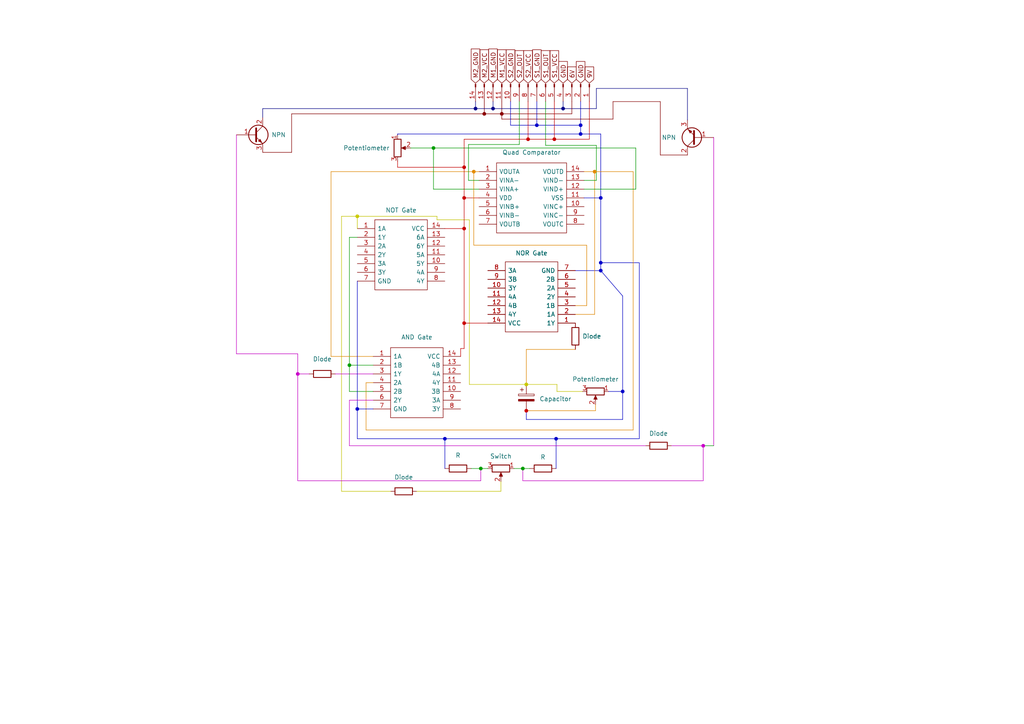
<source format=kicad_sch>
(kicad_sch (version 20211123) (generator eeschema)

  (uuid e63e39d7-6ac0-4ffd-8aa3-1841a4541b55)

  (paper "A4")

  (lib_symbols
    (symbol "74HC02N_652:74HC02N,652" (pin_names (offset 0.762)) (in_bom yes) (on_board yes)
      (property "Reference" "IC" (id 0) (at 21.59 7.62 0)
        (effects (font (size 1.27 1.27)) (justify left))
      )
      (property "Value" "74HC02N,652" (id 1) (at 21.59 5.08 0)
        (effects (font (size 1.27 1.27)) (justify left))
      )
      (property "Footprint" "DIP254P762X420-14" (id 2) (at 21.59 2.54 0)
        (effects (font (size 1.27 1.27)) (justify left) hide)
      )
      (property "Datasheet" "" (id 3) (at 21.59 0 0)
        (effects (font (size 1.27 1.27)) (justify left) hide)
      )
      (property "Description" "Quad 2-input NOR gate" (id 4) (at 21.59 -2.54 0)
        (effects (font (size 1.27 1.27)) (justify left) hide)
      )
      (property "Height" "" (id 5) (at 21.59 -5.08 0)
        (effects (font (size 1.27 1.27)) (justify left) hide)
      )
      (property "Manufacturer_Name" "Nexperia" (id 6) (at 21.59 -7.62 0)
        (effects (font (size 1.27 1.27)) (justify left) hide)
      )
      (property "Manufacturer_Part_Number" "74HC02N,652" (id 7) (at 21.59 -10.16 0)
        (effects (font (size 1.27 1.27)) (justify left) hide)
      )
      (property "Mouser Part Number" "771-74HC02N" (id 8) (at 21.59 -12.7 0)
        (effects (font (size 1.27 1.27)) (justify left) hide)
      )
      (property "Mouser Price/Stock" "https://www.mouser.co.uk/ProductDetail/Nexperia/74HC02N652?qs=P62ublwmbi9SFPAq7orAyg%3D%3D" (id 9) (at 21.59 -15.24 0)
        (effects (font (size 1.27 1.27)) (justify left) hide)
      )
      (property "Arrow Part Number" "" (id 10) (at 21.59 -17.78 0)
        (effects (font (size 1.27 1.27)) (justify left) hide)
      )
      (property "Arrow Price/Stock" "" (id 11) (at 21.59 -20.32 0)
        (effects (font (size 1.27 1.27)) (justify left) hide)
      )
      (property "Mouser Testing Part Number" "" (id 12) (at 21.59 -22.86 0)
        (effects (font (size 1.27 1.27)) (justify left) hide)
      )
      (property "Mouser Testing Price/Stock" "" (id 13) (at 21.59 -25.4 0)
        (effects (font (size 1.27 1.27)) (justify left) hide)
      )
      (property "ki_description" "Quad 2-input NOR gate" (id 14) (at 0 0 0)
        (effects (font (size 1.27 1.27)) hide)
      )
      (symbol "74HC02N,652_0_0"
        (pin passive line (at 0 0 0) (length 5.08)
          (name "1Y" (effects (font (size 1.27 1.27))))
          (number "1" (effects (font (size 1.27 1.27))))
        )
        (pin passive line (at 25.4 -10.16 180) (length 5.08)
          (name "3Y" (effects (font (size 1.27 1.27))))
          (number "10" (effects (font (size 1.27 1.27))))
        )
        (pin passive line (at 25.4 -7.62 180) (length 5.08)
          (name "4A" (effects (font (size 1.27 1.27))))
          (number "11" (effects (font (size 1.27 1.27))))
        )
        (pin passive line (at 25.4 -5.08 180) (length 5.08)
          (name "4B" (effects (font (size 1.27 1.27))))
          (number "12" (effects (font (size 1.27 1.27))))
        )
        (pin passive line (at 25.4 -2.54 180) (length 5.08)
          (name "4Y" (effects (font (size 1.27 1.27))))
          (number "13" (effects (font (size 1.27 1.27))))
        )
        (pin passive line (at 25.4 0 180) (length 5.08)
          (name "VCC" (effects (font (size 1.27 1.27))))
          (number "14" (effects (font (size 1.27 1.27))))
        )
        (pin passive line (at 0 -2.54 0) (length 5.08)
          (name "1A" (effects (font (size 1.27 1.27))))
          (number "2" (effects (font (size 1.27 1.27))))
        )
        (pin passive line (at 0 -5.08 0) (length 5.08)
          (name "1B" (effects (font (size 1.27 1.27))))
          (number "3" (effects (font (size 1.27 1.27))))
        )
        (pin passive line (at 0 -7.62 0) (length 5.08)
          (name "2Y" (effects (font (size 1.27 1.27))))
          (number "4" (effects (font (size 1.27 1.27))))
        )
        (pin passive line (at 0 -10.16 0) (length 5.08)
          (name "2A" (effects (font (size 1.27 1.27))))
          (number "5" (effects (font (size 1.27 1.27))))
        )
        (pin passive line (at 0 -12.7 0) (length 5.08)
          (name "2B" (effects (font (size 1.27 1.27))))
          (number "6" (effects (font (size 1.27 1.27))))
        )
        (pin passive line (at 0 -15.24 0) (length 5.08)
          (name "GND" (effects (font (size 1.27 1.27))))
          (number "7" (effects (font (size 1.27 1.27))))
        )
        (pin passive line (at 25.4 -15.24 180) (length 5.08)
          (name "3A" (effects (font (size 1.27 1.27))))
          (number "8" (effects (font (size 1.27 1.27))))
        )
        (pin passive line (at 25.4 -12.7 180) (length 5.08)
          (name "3B" (effects (font (size 1.27 1.27))))
          (number "9" (effects (font (size 1.27 1.27))))
        )
      )
      (symbol "74HC02N,652_0_1"
        (polyline
          (pts
            (xy 5.08 2.54)
            (xy 20.32 2.54)
            (xy 20.32 -17.78)
            (xy 5.08 -17.78)
            (xy 5.08 2.54)
          )
          (stroke (width 0.1524) (type default) (color 0 0 0 0))
          (fill (type none))
        )
      )
    )
    (symbol "74HC04N_652:74HC04N,652" (pin_names (offset 0.762)) (in_bom yes) (on_board yes)
      (property "Reference" "IC" (id 0) (at 21.59 7.62 0)
        (effects (font (size 1.27 1.27)) (justify left))
      )
      (property "Value" "74HC04N,652" (id 1) (at 21.59 5.08 0)
        (effects (font (size 1.27 1.27)) (justify left))
      )
      (property "Footprint" "DIP802W53P254L1902H420Q14N" (id 2) (at 21.59 2.54 0)
        (effects (font (size 1.27 1.27)) (justify left) hide)
      )
      (property "Datasheet" "https://media.digikey.com/pdf/Data%20Sheets/NXP%20PDFs/74HC_HCT04_Rev_4.pdf" (id 3) (at 21.59 0 0)
        (effects (font (size 1.27 1.27)) (justify left) hide)
      )
      (property "Description" "Inverter IC 6 Channel  14-DIP" (id 4) (at 21.59 -2.54 0)
        (effects (font (size 1.27 1.27)) (justify left) hide)
      )
      (property "Height" "4.2" (id 5) (at 21.59 -5.08 0)
        (effects (font (size 1.27 1.27)) (justify left) hide)
      )
      (property "Manufacturer_Name" "Nexperia" (id 6) (at 21.59 -7.62 0)
        (effects (font (size 1.27 1.27)) (justify left) hide)
      )
      (property "Manufacturer_Part_Number" "74HC04N,652" (id 7) (at 21.59 -10.16 0)
        (effects (font (size 1.27 1.27)) (justify left) hide)
      )
      (property "Mouser Part Number" "" (id 8) (at 21.59 -12.7 0)
        (effects (font (size 1.27 1.27)) (justify left) hide)
      )
      (property "Mouser Price/Stock" "" (id 9) (at 21.59 -15.24 0)
        (effects (font (size 1.27 1.27)) (justify left) hide)
      )
      (property "Arrow Part Number" "74HC04N,652" (id 10) (at 21.59 -17.78 0)
        (effects (font (size 1.27 1.27)) (justify left) hide)
      )
      (property "Arrow Price/Stock" "https://www.arrow.com/en/products/74hc04n652/nexperia" (id 11) (at 21.59 -20.32 0)
        (effects (font (size 1.27 1.27)) (justify left) hide)
      )
      (property "Mouser Testing Part Number" "" (id 12) (at 21.59 -22.86 0)
        (effects (font (size 1.27 1.27)) (justify left) hide)
      )
      (property "Mouser Testing Price/Stock" "" (id 13) (at 21.59 -25.4 0)
        (effects (font (size 1.27 1.27)) (justify left) hide)
      )
      (property "ki_description" "Inverter IC 6 Channel  14-DIP" (id 14) (at 0 0 0)
        (effects (font (size 1.27 1.27)) hide)
      )
      (symbol "74HC04N,652_0_0"
        (pin passive line (at 0 0 0) (length 5.08)
          (name "1A" (effects (font (size 1.27 1.27))))
          (number "1" (effects (font (size 1.27 1.27))))
        )
        (pin passive line (at 25.4 -10.16 180) (length 5.08)
          (name "5Y" (effects (font (size 1.27 1.27))))
          (number "10" (effects (font (size 1.27 1.27))))
        )
        (pin passive line (at 25.4 -7.62 180) (length 5.08)
          (name "5A" (effects (font (size 1.27 1.27))))
          (number "11" (effects (font (size 1.27 1.27))))
        )
        (pin passive line (at 25.4 -5.08 180) (length 5.08)
          (name "6Y" (effects (font (size 1.27 1.27))))
          (number "12" (effects (font (size 1.27 1.27))))
        )
        (pin passive line (at 25.4 -2.54 180) (length 5.08)
          (name "6A" (effects (font (size 1.27 1.27))))
          (number "13" (effects (font (size 1.27 1.27))))
        )
        (pin passive line (at 25.4 0 180) (length 5.08)
          (name "VCC" (effects (font (size 1.27 1.27))))
          (number "14" (effects (font (size 1.27 1.27))))
        )
        (pin passive line (at 0 -2.54 0) (length 5.08)
          (name "1Y" (effects (font (size 1.27 1.27))))
          (number "2" (effects (font (size 1.27 1.27))))
        )
        (pin passive line (at 0 -5.08 0) (length 5.08)
          (name "2A" (effects (font (size 1.27 1.27))))
          (number "3" (effects (font (size 1.27 1.27))))
        )
        (pin passive line (at 0 -7.62 0) (length 5.08)
          (name "2Y" (effects (font (size 1.27 1.27))))
          (number "4" (effects (font (size 1.27 1.27))))
        )
        (pin passive line (at 0 -10.16 0) (length 5.08)
          (name "3A" (effects (font (size 1.27 1.27))))
          (number "5" (effects (font (size 1.27 1.27))))
        )
        (pin passive line (at 0 -12.7 0) (length 5.08)
          (name "3Y" (effects (font (size 1.27 1.27))))
          (number "6" (effects (font (size 1.27 1.27))))
        )
        (pin passive line (at 0 -15.24 0) (length 5.08)
          (name "GND" (effects (font (size 1.27 1.27))))
          (number "7" (effects (font (size 1.27 1.27))))
        )
        (pin passive line (at 25.4 -15.24 180) (length 5.08)
          (name "4Y" (effects (font (size 1.27 1.27))))
          (number "8" (effects (font (size 1.27 1.27))))
        )
        (pin passive line (at 25.4 -12.7 180) (length 5.08)
          (name "4A" (effects (font (size 1.27 1.27))))
          (number "9" (effects (font (size 1.27 1.27))))
        )
      )
      (symbol "74HC04N,652_0_1"
        (polyline
          (pts
            (xy 5.08 2.54)
            (xy 20.32 2.54)
            (xy 20.32 -17.78)
            (xy 5.08 -17.78)
            (xy 5.08 2.54)
          )
          (stroke (width 0.1524) (type default) (color 0 0 0 0))
          (fill (type none))
        )
      )
    )
    (symbol "74HC08N:74HC08N" (pin_names (offset 0.762)) (in_bom yes) (on_board yes)
      (property "Reference" "IC" (id 0) (at 21.59 7.62 0)
        (effects (font (size 1.27 1.27)) (justify left))
      )
      (property "Value" "74HC08N" (id 1) (at 21.59 5.08 0)
        (effects (font (size 1.27 1.27)) (justify left))
      )
      (property "Footprint" "DIP762W53P254L1902H420Q14N" (id 2) (at 21.59 2.54 0)
        (effects (font (size 1.27 1.27)) (justify left) hide)
      )
      (property "Datasheet" "https://componentsearchengine.com/Datasheets/2/ATMEGA16U2-AU.pdf" (id 3) (at 21.59 0 0)
        (effects (font (size 1.27 1.27)) (justify left) hide)
      )
      (property "Description" "Quad 2i/p AND gate,74HC08N DIP14 2-6V NXP PC74HC08N, Quad 2-Input AND Logic Gate, 2  6 V, 14-Pin PDIP" (id 4) (at 21.59 -2.54 0)
        (effects (font (size 1.27 1.27)) (justify left) hide)
      )
      (property "Height" "4.2" (id 5) (at 21.59 -5.08 0)
        (effects (font (size 1.27 1.27)) (justify left) hide)
      )
      (property "Manufacturer_Name" "Nexperia" (id 6) (at 21.59 -7.62 0)
        (effects (font (size 1.27 1.27)) (justify left) hide)
      )
      (property "Manufacturer_Part_Number" "74HC08N" (id 7) (at 21.59 -10.16 0)
        (effects (font (size 1.27 1.27)) (justify left) hide)
      )
      (property "Mouser Part Number" "" (id 8) (at 21.59 -12.7 0)
        (effects (font (size 1.27 1.27)) (justify left) hide)
      )
      (property "Mouser Price/Stock" "" (id 9) (at 21.59 -15.24 0)
        (effects (font (size 1.27 1.27)) (justify left) hide)
      )
      (property "Arrow Part Number" "" (id 10) (at 21.59 -17.78 0)
        (effects (font (size 1.27 1.27)) (justify left) hide)
      )
      (property "Arrow Price/Stock" "" (id 11) (at 21.59 -20.32 0)
        (effects (font (size 1.27 1.27)) (justify left) hide)
      )
      (property "Mouser Testing Part Number" "" (id 12) (at 21.59 -22.86 0)
        (effects (font (size 1.27 1.27)) (justify left) hide)
      )
      (property "Mouser Testing Price/Stock" "" (id 13) (at 21.59 -25.4 0)
        (effects (font (size 1.27 1.27)) (justify left) hide)
      )
      (property "ki_description" "Quad 2i/p AND gate,74HC08N DIP14 2-6V NXP PC74HC08N, Quad 2-Input AND Logic Gate, 2  6 V, 14-Pin PDIP" (id 14) (at 0 0 0)
        (effects (font (size 1.27 1.27)) hide)
      )
      (symbol "74HC08N_0_0"
        (pin passive line (at 0 0 0) (length 5.08)
          (name "1A" (effects (font (size 1.27 1.27))))
          (number "1" (effects (font (size 1.27 1.27))))
        )
        (pin passive line (at 25.4 -10.16 180) (length 5.08)
          (name "3B" (effects (font (size 1.27 1.27))))
          (number "10" (effects (font (size 1.27 1.27))))
        )
        (pin passive line (at 25.4 -7.62 180) (length 5.08)
          (name "4Y" (effects (font (size 1.27 1.27))))
          (number "11" (effects (font (size 1.27 1.27))))
        )
        (pin passive line (at 25.4 -5.08 180) (length 5.08)
          (name "4A" (effects (font (size 1.27 1.27))))
          (number "12" (effects (font (size 1.27 1.27))))
        )
        (pin passive line (at 25.4 -2.54 180) (length 5.08)
          (name "4B" (effects (font (size 1.27 1.27))))
          (number "13" (effects (font (size 1.27 1.27))))
        )
        (pin power_in line (at 25.4 0 180) (length 5.08)
          (name "VCC" (effects (font (size 1.27 1.27))))
          (number "14" (effects (font (size 1.27 1.27))))
        )
        (pin passive line (at 0 -2.54 0) (length 5.08)
          (name "1B" (effects (font (size 1.27 1.27))))
          (number "2" (effects (font (size 1.27 1.27))))
        )
        (pin passive line (at 0 -5.08 0) (length 5.08)
          (name "1Y" (effects (font (size 1.27 1.27))))
          (number "3" (effects (font (size 1.27 1.27))))
        )
        (pin passive line (at 0 -7.62 0) (length 5.08)
          (name "2A" (effects (font (size 1.27 1.27))))
          (number "4" (effects (font (size 1.27 1.27))))
        )
        (pin passive line (at 0 -10.16 0) (length 5.08)
          (name "2B" (effects (font (size 1.27 1.27))))
          (number "5" (effects (font (size 1.27 1.27))))
        )
        (pin passive line (at 0 -12.7 0) (length 5.08)
          (name "2Y" (effects (font (size 1.27 1.27))))
          (number "6" (effects (font (size 1.27 1.27))))
        )
        (pin power_in line (at 0 -15.24 0) (length 5.08)
          (name "GND" (effects (font (size 1.27 1.27))))
          (number "7" (effects (font (size 1.27 1.27))))
        )
        (pin passive line (at 25.4 -15.24 180) (length 5.08)
          (name "3Y" (effects (font (size 1.27 1.27))))
          (number "8" (effects (font (size 1.27 1.27))))
        )
        (pin passive line (at 25.4 -12.7 180) (length 5.08)
          (name "3A" (effects (font (size 1.27 1.27))))
          (number "9" (effects (font (size 1.27 1.27))))
        )
      )
      (symbol "74HC08N_0_1"
        (polyline
          (pts
            (xy 5.08 2.54)
            (xy 20.32 2.54)
            (xy 20.32 -17.78)
            (xy 5.08 -17.78)
            (xy 5.08 2.54)
          )
          (stroke (width 0.1524) (type default) (color 0 0 0 0))
          (fill (type none))
        )
      )
    )
    (symbol "Connector:Conn_01x14_Male" (pin_names (offset 1.016) hide) (in_bom yes) (on_board yes)
      (property "Reference" "J" (id 0) (at 0 17.78 0)
        (effects (font (size 1.27 1.27)))
      )
      (property "Value" "Conn_01x14_Male" (id 1) (at 0 -20.32 0)
        (effects (font (size 1.27 1.27)))
      )
      (property "Footprint" "" (id 2) (at 0 0 0)
        (effects (font (size 1.27 1.27)) hide)
      )
      (property "Datasheet" "~" (id 3) (at 0 0 0)
        (effects (font (size 1.27 1.27)) hide)
      )
      (property "ki_keywords" "connector" (id 4) (at 0 0 0)
        (effects (font (size 1.27 1.27)) hide)
      )
      (property "ki_description" "Generic connector, single row, 01x14, script generated (kicad-library-utils/schlib/autogen/connector/)" (id 5) (at 0 0 0)
        (effects (font (size 1.27 1.27)) hide)
      )
      (property "ki_fp_filters" "Connector*:*_1x??_*" (id 6) (at 0 0 0)
        (effects (font (size 1.27 1.27)) hide)
      )
      (symbol "Conn_01x14_Male_1_1"
        (polyline
          (pts
            (xy 1.27 -17.78)
            (xy 0.8636 -17.78)
          )
          (stroke (width 0.1524) (type default) (color 0 0 0 0))
          (fill (type none))
        )
        (polyline
          (pts
            (xy 1.27 -15.24)
            (xy 0.8636 -15.24)
          )
          (stroke (width 0.1524) (type default) (color 0 0 0 0))
          (fill (type none))
        )
        (polyline
          (pts
            (xy 1.27 -12.7)
            (xy 0.8636 -12.7)
          )
          (stroke (width 0.1524) (type default) (color 0 0 0 0))
          (fill (type none))
        )
        (polyline
          (pts
            (xy 1.27 -10.16)
            (xy 0.8636 -10.16)
          )
          (stroke (width 0.1524) (type default) (color 0 0 0 0))
          (fill (type none))
        )
        (polyline
          (pts
            (xy 1.27 -7.62)
            (xy 0.8636 -7.62)
          )
          (stroke (width 0.1524) (type default) (color 0 0 0 0))
          (fill (type none))
        )
        (polyline
          (pts
            (xy 1.27 -5.08)
            (xy 0.8636 -5.08)
          )
          (stroke (width 0.1524) (type default) (color 0 0 0 0))
          (fill (type none))
        )
        (polyline
          (pts
            (xy 1.27 -2.54)
            (xy 0.8636 -2.54)
          )
          (stroke (width 0.1524) (type default) (color 0 0 0 0))
          (fill (type none))
        )
        (polyline
          (pts
            (xy 1.27 0)
            (xy 0.8636 0)
          )
          (stroke (width 0.1524) (type default) (color 0 0 0 0))
          (fill (type none))
        )
        (polyline
          (pts
            (xy 1.27 2.54)
            (xy 0.8636 2.54)
          )
          (stroke (width 0.1524) (type default) (color 0 0 0 0))
          (fill (type none))
        )
        (polyline
          (pts
            (xy 1.27 5.08)
            (xy 0.8636 5.08)
          )
          (stroke (width 0.1524) (type default) (color 0 0 0 0))
          (fill (type none))
        )
        (polyline
          (pts
            (xy 1.27 7.62)
            (xy 0.8636 7.62)
          )
          (stroke (width 0.1524) (type default) (color 0 0 0 0))
          (fill (type none))
        )
        (polyline
          (pts
            (xy 1.27 10.16)
            (xy 0.8636 10.16)
          )
          (stroke (width 0.1524) (type default) (color 0 0 0 0))
          (fill (type none))
        )
        (polyline
          (pts
            (xy 1.27 12.7)
            (xy 0.8636 12.7)
          )
          (stroke (width 0.1524) (type default) (color 0 0 0 0))
          (fill (type none))
        )
        (polyline
          (pts
            (xy 1.27 15.24)
            (xy 0.8636 15.24)
          )
          (stroke (width 0.1524) (type default) (color 0 0 0 0))
          (fill (type none))
        )
        (rectangle (start 0.8636 -17.653) (end 0 -17.907)
          (stroke (width 0.1524) (type default) (color 0 0 0 0))
          (fill (type outline))
        )
        (rectangle (start 0.8636 -15.113) (end 0 -15.367)
          (stroke (width 0.1524) (type default) (color 0 0 0 0))
          (fill (type outline))
        )
        (rectangle (start 0.8636 -12.573) (end 0 -12.827)
          (stroke (width 0.1524) (type default) (color 0 0 0 0))
          (fill (type outline))
        )
        (rectangle (start 0.8636 -10.033) (end 0 -10.287)
          (stroke (width 0.1524) (type default) (color 0 0 0 0))
          (fill (type outline))
        )
        (rectangle (start 0.8636 -7.493) (end 0 -7.747)
          (stroke (width 0.1524) (type default) (color 0 0 0 0))
          (fill (type outline))
        )
        (rectangle (start 0.8636 -4.953) (end 0 -5.207)
          (stroke (width 0.1524) (type default) (color 0 0 0 0))
          (fill (type outline))
        )
        (rectangle (start 0.8636 -2.413) (end 0 -2.667)
          (stroke (width 0.1524) (type default) (color 0 0 0 0))
          (fill (type outline))
        )
        (rectangle (start 0.8636 0.127) (end 0 -0.127)
          (stroke (width 0.1524) (type default) (color 0 0 0 0))
          (fill (type outline))
        )
        (rectangle (start 0.8636 2.667) (end 0 2.413)
          (stroke (width 0.1524) (type default) (color 0 0 0 0))
          (fill (type outline))
        )
        (rectangle (start 0.8636 5.207) (end 0 4.953)
          (stroke (width 0.1524) (type default) (color 0 0 0 0))
          (fill (type outline))
        )
        (rectangle (start 0.8636 7.747) (end 0 7.493)
          (stroke (width 0.1524) (type default) (color 0 0 0 0))
          (fill (type outline))
        )
        (rectangle (start 0.8636 10.287) (end 0 10.033)
          (stroke (width 0.1524) (type default) (color 0 0 0 0))
          (fill (type outline))
        )
        (rectangle (start 0.8636 12.827) (end 0 12.573)
          (stroke (width 0.1524) (type default) (color 0 0 0 0))
          (fill (type outline))
        )
        (rectangle (start 0.8636 15.367) (end 0 15.113)
          (stroke (width 0.1524) (type default) (color 0 0 0 0))
          (fill (type outline))
        )
        (pin passive line (at 5.08 15.24 180) (length 3.81)
          (name "Pin_1" (effects (font (size 1.27 1.27))))
          (number "1" (effects (font (size 1.27 1.27))))
        )
        (pin passive line (at 5.08 -7.62 180) (length 3.81)
          (name "Pin_10" (effects (font (size 1.27 1.27))))
          (number "10" (effects (font (size 1.27 1.27))))
        )
        (pin passive line (at 5.08 -10.16 180) (length 3.81)
          (name "Pin_11" (effects (font (size 1.27 1.27))))
          (number "11" (effects (font (size 1.27 1.27))))
        )
        (pin passive line (at 5.08 -12.7 180) (length 3.81)
          (name "Pin_12" (effects (font (size 1.27 1.27))))
          (number "12" (effects (font (size 1.27 1.27))))
        )
        (pin passive line (at 5.08 -15.24 180) (length 3.81)
          (name "Pin_13" (effects (font (size 1.27 1.27))))
          (number "13" (effects (font (size 1.27 1.27))))
        )
        (pin passive line (at 5.08 -17.78 180) (length 3.81)
          (name "Pin_14" (effects (font (size 1.27 1.27))))
          (number "14" (effects (font (size 1.27 1.27))))
        )
        (pin passive line (at 5.08 12.7 180) (length 3.81)
          (name "Pin_2" (effects (font (size 1.27 1.27))))
          (number "2" (effects (font (size 1.27 1.27))))
        )
        (pin passive line (at 5.08 10.16 180) (length 3.81)
          (name "Pin_3" (effects (font (size 1.27 1.27))))
          (number "3" (effects (font (size 1.27 1.27))))
        )
        (pin passive line (at 5.08 7.62 180) (length 3.81)
          (name "Pin_4" (effects (font (size 1.27 1.27))))
          (number "4" (effects (font (size 1.27 1.27))))
        )
        (pin passive line (at 5.08 5.08 180) (length 3.81)
          (name "Pin_5" (effects (font (size 1.27 1.27))))
          (number "5" (effects (font (size 1.27 1.27))))
        )
        (pin passive line (at 5.08 2.54 180) (length 3.81)
          (name "Pin_6" (effects (font (size 1.27 1.27))))
          (number "6" (effects (font (size 1.27 1.27))))
        )
        (pin passive line (at 5.08 0 180) (length 3.81)
          (name "Pin_7" (effects (font (size 1.27 1.27))))
          (number "7" (effects (font (size 1.27 1.27))))
        )
        (pin passive line (at 5.08 -2.54 180) (length 3.81)
          (name "Pin_8" (effects (font (size 1.27 1.27))))
          (number "8" (effects (font (size 1.27 1.27))))
        )
        (pin passive line (at 5.08 -5.08 180) (length 3.81)
          (name "Pin_9" (effects (font (size 1.27 1.27))))
          (number "9" (effects (font (size 1.27 1.27))))
        )
      )
    )
    (symbol "Device:C_Polarized" (pin_numbers hide) (pin_names (offset 0.254)) (in_bom yes) (on_board yes)
      (property "Reference" "C" (id 0) (at 0.635 2.54 0)
        (effects (font (size 1.27 1.27)) (justify left))
      )
      (property "Value" "C_Polarized" (id 1) (at 0.635 -2.54 0)
        (effects (font (size 1.27 1.27)) (justify left))
      )
      (property "Footprint" "" (id 2) (at 0.9652 -3.81 0)
        (effects (font (size 1.27 1.27)) hide)
      )
      (property "Datasheet" "~" (id 3) (at 0 0 0)
        (effects (font (size 1.27 1.27)) hide)
      )
      (property "ki_keywords" "cap capacitor" (id 4) (at 0 0 0)
        (effects (font (size 1.27 1.27)) hide)
      )
      (property "ki_description" "Polarized capacitor" (id 5) (at 0 0 0)
        (effects (font (size 1.27 1.27)) hide)
      )
      (property "ki_fp_filters" "CP_*" (id 6) (at 0 0 0)
        (effects (font (size 1.27 1.27)) hide)
      )
      (symbol "C_Polarized_0_1"
        (rectangle (start -2.286 0.508) (end 2.286 1.016)
          (stroke (width 0) (type default) (color 0 0 0 0))
          (fill (type none))
        )
        (polyline
          (pts
            (xy -1.778 2.286)
            (xy -0.762 2.286)
          )
          (stroke (width 0) (type default) (color 0 0 0 0))
          (fill (type none))
        )
        (polyline
          (pts
            (xy -1.27 2.794)
            (xy -1.27 1.778)
          )
          (stroke (width 0) (type default) (color 0 0 0 0))
          (fill (type none))
        )
        (rectangle (start 2.286 -0.508) (end -2.286 -1.016)
          (stroke (width 0) (type default) (color 0 0 0 0))
          (fill (type outline))
        )
      )
      (symbol "C_Polarized_1_1"
        (pin passive line (at 0 3.81 270) (length 2.794)
          (name "~" (effects (font (size 1.27 1.27))))
          (number "1" (effects (font (size 1.27 1.27))))
        )
        (pin passive line (at 0 -3.81 90) (length 2.794)
          (name "~" (effects (font (size 1.27 1.27))))
          (number "2" (effects (font (size 1.27 1.27))))
        )
      )
    )
    (symbol "Device:Q_NPN_BCE" (pin_names (offset 0) hide) (in_bom yes) (on_board yes)
      (property "Reference" "Q" (id 0) (at 5.08 1.27 0)
        (effects (font (size 1.27 1.27)) (justify left))
      )
      (property "Value" "Q_NPN_BCE" (id 1) (at 5.08 -1.27 0)
        (effects (font (size 1.27 1.27)) (justify left))
      )
      (property "Footprint" "" (id 2) (at 5.08 2.54 0)
        (effects (font (size 1.27 1.27)) hide)
      )
      (property "Datasheet" "~" (id 3) (at 0 0 0)
        (effects (font (size 1.27 1.27)) hide)
      )
      (property "ki_keywords" "transistor NPN" (id 4) (at 0 0 0)
        (effects (font (size 1.27 1.27)) hide)
      )
      (property "ki_description" "NPN transistor, base/collector/emitter" (id 5) (at 0 0 0)
        (effects (font (size 1.27 1.27)) hide)
      )
      (symbol "Q_NPN_BCE_0_1"
        (polyline
          (pts
            (xy 0.635 0.635)
            (xy 2.54 2.54)
          )
          (stroke (width 0) (type default) (color 0 0 0 0))
          (fill (type none))
        )
        (polyline
          (pts
            (xy 0.635 -0.635)
            (xy 2.54 -2.54)
            (xy 2.54 -2.54)
          )
          (stroke (width 0) (type default) (color 0 0 0 0))
          (fill (type none))
        )
        (polyline
          (pts
            (xy 0.635 1.905)
            (xy 0.635 -1.905)
            (xy 0.635 -1.905)
          )
          (stroke (width 0.508) (type default) (color 0 0 0 0))
          (fill (type none))
        )
        (polyline
          (pts
            (xy 1.27 -1.778)
            (xy 1.778 -1.27)
            (xy 2.286 -2.286)
            (xy 1.27 -1.778)
            (xy 1.27 -1.778)
          )
          (stroke (width 0) (type default) (color 0 0 0 0))
          (fill (type outline))
        )
        (circle (center 1.27 0) (radius 2.8194)
          (stroke (width 0.254) (type default) (color 0 0 0 0))
          (fill (type none))
        )
      )
      (symbol "Q_NPN_BCE_1_1"
        (pin input line (at -5.08 0 0) (length 5.715)
          (name "B" (effects (font (size 1.27 1.27))))
          (number "1" (effects (font (size 1.27 1.27))))
        )
        (pin passive line (at 2.54 5.08 270) (length 2.54)
          (name "C" (effects (font (size 1.27 1.27))))
          (number "2" (effects (font (size 1.27 1.27))))
        )
        (pin passive line (at 2.54 -5.08 90) (length 2.54)
          (name "E" (effects (font (size 1.27 1.27))))
          (number "3" (effects (font (size 1.27 1.27))))
        )
      )
    )
    (symbol "Device:R" (pin_numbers hide) (pin_names (offset 0)) (in_bom yes) (on_board yes)
      (property "Reference" "R" (id 0) (at 2.032 0 90)
        (effects (font (size 1.27 1.27)))
      )
      (property "Value" "R" (id 1) (at 0 0 90)
        (effects (font (size 1.27 1.27)))
      )
      (property "Footprint" "" (id 2) (at -1.778 0 90)
        (effects (font (size 1.27 1.27)) hide)
      )
      (property "Datasheet" "~" (id 3) (at 0 0 0)
        (effects (font (size 1.27 1.27)) hide)
      )
      (property "ki_keywords" "R res resistor" (id 4) (at 0 0 0)
        (effects (font (size 1.27 1.27)) hide)
      )
      (property "ki_description" "Resistor" (id 5) (at 0 0 0)
        (effects (font (size 1.27 1.27)) hide)
      )
      (property "ki_fp_filters" "R_*" (id 6) (at 0 0 0)
        (effects (font (size 1.27 1.27)) hide)
      )
      (symbol "R_0_1"
        (rectangle (start -1.016 -2.54) (end 1.016 2.54)
          (stroke (width 0.254) (type default) (color 0 0 0 0))
          (fill (type none))
        )
      )
      (symbol "R_1_1"
        (pin passive line (at 0 3.81 270) (length 1.27)
          (name "~" (effects (font (size 1.27 1.27))))
          (number "1" (effects (font (size 1.27 1.27))))
        )
        (pin passive line (at 0 -3.81 90) (length 1.27)
          (name "~" (effects (font (size 1.27 1.27))))
          (number "2" (effects (font (size 1.27 1.27))))
        )
      )
    )
    (symbol "Device:R_Potentiometer" (pin_names (offset 1.016) hide) (in_bom yes) (on_board yes)
      (property "Reference" "RV" (id 0) (at -4.445 0 90)
        (effects (font (size 1.27 1.27)))
      )
      (property "Value" "R_Potentiometer" (id 1) (at -2.54 0 90)
        (effects (font (size 1.27 1.27)))
      )
      (property "Footprint" "" (id 2) (at 0 0 0)
        (effects (font (size 1.27 1.27)) hide)
      )
      (property "Datasheet" "~" (id 3) (at 0 0 0)
        (effects (font (size 1.27 1.27)) hide)
      )
      (property "ki_keywords" "resistor variable" (id 4) (at 0 0 0)
        (effects (font (size 1.27 1.27)) hide)
      )
      (property "ki_description" "Potentiometer" (id 5) (at 0 0 0)
        (effects (font (size 1.27 1.27)) hide)
      )
      (property "ki_fp_filters" "Potentiometer*" (id 6) (at 0 0 0)
        (effects (font (size 1.27 1.27)) hide)
      )
      (symbol "R_Potentiometer_0_1"
        (polyline
          (pts
            (xy 2.54 0)
            (xy 1.524 0)
          )
          (stroke (width 0) (type default) (color 0 0 0 0))
          (fill (type none))
        )
        (polyline
          (pts
            (xy 1.143 0)
            (xy 2.286 0.508)
            (xy 2.286 -0.508)
            (xy 1.143 0)
          )
          (stroke (width 0) (type default) (color 0 0 0 0))
          (fill (type outline))
        )
        (rectangle (start 1.016 2.54) (end -1.016 -2.54)
          (stroke (width 0.254) (type default) (color 0 0 0 0))
          (fill (type none))
        )
      )
      (symbol "R_Potentiometer_1_1"
        (pin passive line (at 0 3.81 270) (length 1.27)
          (name "1" (effects (font (size 1.27 1.27))))
          (number "1" (effects (font (size 1.27 1.27))))
        )
        (pin passive line (at 3.81 0 180) (length 1.27)
          (name "2" (effects (font (size 1.27 1.27))))
          (number "2" (effects (font (size 1.27 1.27))))
        )
        (pin passive line (at 0 -3.81 90) (length 1.27)
          (name "3" (effects (font (size 1.27 1.27))))
          (number "3" (effects (font (size 1.27 1.27))))
        )
      )
    )
    (symbol "Quad-Comparator:MCP6004T-E_SLVAO" (pin_names (offset 0.762)) (in_bom yes) (on_board yes)
      (property "Reference" "IC" (id 0) (at 26.67 7.62 0)
        (effects (font (size 1.27 1.27)) (justify left))
      )
      (property "Value" "MCP6004T-E_SLVAO" (id 1) (at 26.67 5.08 0)
        (effects (font (size 1.27 1.27)) (justify left))
      )
      (property "Footprint" "SOIC127P600X175-14N" (id 2) (at 26.67 2.54 0)
        (effects (font (size 1.27 1.27)) (justify left) hide)
      )
      (property "Datasheet" "http://www.microchip.com/mymicrochip/filehandler.aspx?ddocname=en011705" (id 3) (at 26.67 0 0)
        (effects (font (size 1.27 1.27)) (justify left) hide)
      )
      (property "Description" "Operational Amplifiers - Op Amps Automotive, Quad 1.8V 1MHz OP, E temp" (id 4) (at 26.67 -2.54 0)
        (effects (font (size 1.27 1.27)) (justify left) hide)
      )
      (property "Height" "1.75" (id 5) (at 26.67 -5.08 0)
        (effects (font (size 1.27 1.27)) (justify left) hide)
      )
      (property "Manufacturer_Name" "Microchip" (id 6) (at 26.67 -7.62 0)
        (effects (font (size 1.27 1.27)) (justify left) hide)
      )
      (property "Manufacturer_Part_Number" "MCP6004T-E/SLVAO" (id 7) (at 26.67 -10.16 0)
        (effects (font (size 1.27 1.27)) (justify left) hide)
      )
      (property "Mouser Part Number" "579-MCP6004T-E/SLVAO" (id 8) (at 26.67 -12.7 0)
        (effects (font (size 1.27 1.27)) (justify left) hide)
      )
      (property "Mouser Price/Stock" "https://www.mouser.co.uk/ProductDetail/Microchip-Technology/MCP6004T-E-SLVAO?qs=5aG0NVq1C4x3A0EH4Iu8Hw%3D%3D" (id 9) (at 26.67 -15.24 0)
        (effects (font (size 1.27 1.27)) (justify left) hide)
      )
      (property "Arrow Part Number" "" (id 10) (at 26.67 -17.78 0)
        (effects (font (size 1.27 1.27)) (justify left) hide)
      )
      (property "Arrow Price/Stock" "" (id 11) (at 26.67 -20.32 0)
        (effects (font (size 1.27 1.27)) (justify left) hide)
      )
      (property "Mouser Testing Part Number" "" (id 12) (at 26.67 -22.86 0)
        (effects (font (size 1.27 1.27)) (justify left) hide)
      )
      (property "Mouser Testing Price/Stock" "" (id 13) (at 26.67 -25.4 0)
        (effects (font (size 1.27 1.27)) (justify left) hide)
      )
      (property "ki_description" "Operational Amplifiers - Op Amps Automotive, Quad 1.8V 1MHz OP, E temp" (id 14) (at 0 0 0)
        (effects (font (size 1.27 1.27)) hide)
      )
      (symbol "MCP6004T-E_SLVAO_0_0"
        (pin passive line (at 0 0 0) (length 5.08)
          (name "VOUTA" (effects (font (size 1.27 1.27))))
          (number "1" (effects (font (size 1.27 1.27))))
        )
        (pin passive line (at 30.48 -10.16 180) (length 5.08)
          (name "VINC+" (effects (font (size 1.27 1.27))))
          (number "10" (effects (font (size 1.27 1.27))))
        )
        (pin passive line (at 30.48 -7.62 180) (length 5.08)
          (name "VSS" (effects (font (size 1.27 1.27))))
          (number "11" (effects (font (size 1.27 1.27))))
        )
        (pin passive line (at 30.48 -5.08 180) (length 5.08)
          (name "VIND+" (effects (font (size 1.27 1.27))))
          (number "12" (effects (font (size 1.27 1.27))))
        )
        (pin passive line (at 30.48 -2.54 180) (length 5.08)
          (name "VIND-" (effects (font (size 1.27 1.27))))
          (number "13" (effects (font (size 1.27 1.27))))
        )
        (pin passive line (at 30.48 0 180) (length 5.08)
          (name "VOUTD" (effects (font (size 1.27 1.27))))
          (number "14" (effects (font (size 1.27 1.27))))
        )
        (pin passive line (at 0 -2.54 0) (length 5.08)
          (name "VINA-" (effects (font (size 1.27 1.27))))
          (number "2" (effects (font (size 1.27 1.27))))
        )
        (pin passive line (at 0 -5.08 0) (length 5.08)
          (name "VINA+" (effects (font (size 1.27 1.27))))
          (number "3" (effects (font (size 1.27 1.27))))
        )
        (pin passive line (at 0 -7.62 0) (length 5.08)
          (name "VDD" (effects (font (size 1.27 1.27))))
          (number "4" (effects (font (size 1.27 1.27))))
        )
        (pin passive line (at 0 -10.16 0) (length 5.08)
          (name "VINB+" (effects (font (size 1.27 1.27))))
          (number "5" (effects (font (size 1.27 1.27))))
        )
        (pin passive line (at 0 -12.7 0) (length 5.08)
          (name "VINB-" (effects (font (size 1.27 1.27))))
          (number "6" (effects (font (size 1.27 1.27))))
        )
        (pin passive line (at 0 -15.24 0) (length 5.08)
          (name "VOUTB" (effects (font (size 1.27 1.27))))
          (number "7" (effects (font (size 1.27 1.27))))
        )
        (pin passive line (at 30.48 -15.24 180) (length 5.08)
          (name "VOUTC" (effects (font (size 1.27 1.27))))
          (number "8" (effects (font (size 1.27 1.27))))
        )
        (pin passive line (at 30.48 -12.7 180) (length 5.08)
          (name "VINC-" (effects (font (size 1.27 1.27))))
          (number "9" (effects (font (size 1.27 1.27))))
        )
      )
      (symbol "MCP6004T-E_SLVAO_0_1"
        (polyline
          (pts
            (xy 5.08 2.54)
            (xy 25.4 2.54)
            (xy 25.4 -17.78)
            (xy 5.08 -17.78)
            (xy 5.08 2.54)
          )
          (stroke (width 0.1524) (type default) (color 0 0 0 0))
          (fill (type none))
        )
      )
    )
  )

  (junction (at 163.322 31.496) (diameter 0) (color 0 0 132 1)
    (uuid 04deffca-6459-407b-9d52-a8f9fe055328)
  )
  (junction (at 134.62 93.726) (diameter 0) (color 194 0 0 1)
    (uuid 057c4eb6-9cc1-4731-b000-4beae49f2489)
  )
  (junction (at 137.922 31.496) (diameter 0) (color 0 0 132 1)
    (uuid 0e93b68d-f761-4e5a-82ad-4523b3b79edb)
  )
  (junction (at 140.462 33.02) (diameter 0) (color 132 0 0 1)
    (uuid 1af799c9-1847-49a8-885e-2f20ea6fa673)
  )
  (junction (at 134.62 57.404) (diameter 0) (color 194 0 0 1)
    (uuid 2b8c5cd6-80b3-4b67-87dc-d9e396539164)
  )
  (junction (at 203.962 129.286) (diameter 0) (color 194 0 194 1)
    (uuid 2ed33713-452c-4a16-b30d-6a2848d8b9b1)
  )
  (junction (at 139.446 135.89) (diameter 0) (color 0 0 0 0)
    (uuid 31925881-f224-417b-ad8b-d8d9bf8a4f6e)
  )
  (junction (at 152.654 119.126) (diameter 0) (color 194 0 0 1)
    (uuid 3dd6d69d-243c-436b-b3bd-03f3b7d6f7de)
  )
  (junction (at 86.36 108.458) (diameter 0) (color 194 0 194 1)
    (uuid 3e1699a3-3568-4144-a6e5-394f41423efa)
  )
  (junction (at 129.032 127.254) (diameter 0) (color 0 0 194 1)
    (uuid 43db6aed-8019-4b1d-b1ec-ec70e0e38e5a)
  )
  (junction (at 103.632 118.618) (diameter 0) (color 0 0 194 1)
    (uuid 4a82630f-f291-441c-9449-cddcd7b75f9f)
  )
  (junction (at 174.244 78.486) (diameter 0) (color 0 0 194 1)
    (uuid 612c9305-6a30-42d0-9ffe-2f22e2ccf4e1)
  )
  (junction (at 125.73 42.926) (diameter 0) (color 0 0 0 0)
    (uuid 6320fa62-0799-40b8-bda4-4fd193aafce6)
  )
  (junction (at 174.244 57.404) (diameter 0) (color 0 0 194 1)
    (uuid 652c0383-1525-4206-97d2-ef3a01e955ab)
  )
  (junction (at 134.62 66.294) (diameter 0) (color 194 0 0 1)
    (uuid 683318e7-a71d-4566-a6f0-8ad52f8fe0bc)
  )
  (junction (at 153.162 40.386) (diameter 0) (color 194 0 0 1)
    (uuid 73115fac-5746-4533-aba1-dc6e604e82a4)
  )
  (junction (at 151.638 135.89) (diameter 0) (color 0 0 0 0)
    (uuid 7671cb18-e916-4a3f-b300-3c57e4de1b6b)
  )
  (junction (at 152.654 111.506) (diameter 0) (color 194 194 0 1)
    (uuid 769b3335-b407-4cb5-9c5d-599544ff5a46)
  )
  (junction (at 180.594 113.538) (diameter 0) (color 0 0 194 1)
    (uuid 7dae8b3f-d366-479d-b1bd-1b4c892147ef)
  )
  (junction (at 161.29 127.254) (diameter 0) (color 0 0 194 1)
    (uuid 95bb458c-447c-447c-b24b-3a063310a8f0)
  )
  (junction (at 145.542 33.02) (diameter 0) (color 132 0 0 1)
    (uuid 987b3f5b-b3be-4bf3-b55f-4534a3fdd98f)
  )
  (junction (at 137.414 49.784) (diameter 0) (color 221 133 0 1)
    (uuid 9e07a106-d117-41d0-974e-b0ea6d8522fa)
  )
  (junction (at 134.62 48.514) (diameter 0) (color 194 0 0 1)
    (uuid 9feaab92-7d76-49e8-8019-932f5d5fa3a8)
  )
  (junction (at 103.632 62.738) (diameter 0) (color 194 194 0 1)
    (uuid b21cb079-65be-4d8a-9b19-d3a3fd8eb28b)
  )
  (junction (at 168.402 36.322) (diameter 0) (color 0 0 194 1)
    (uuid b532c620-8feb-4dfb-81fc-759639a7fdd2)
  )
  (junction (at 143.002 31.496) (diameter 0) (color 0 0 132 1)
    (uuid c0bd6da0-260a-4bf5-998d-e4564090c468)
  )
  (junction (at 172.466 49.784) (diameter 0) (color 221 133 0 1)
    (uuid d881cbbb-c54a-4637-bc2e-b30fabb60968)
  )
  (junction (at 155.702 36.322) (diameter 0) (color 0 0 194 1)
    (uuid d9d326db-6d75-4766-ba3a-64ee97d41be1)
  )
  (junction (at 168.402 38.862) (diameter 0) (color 0 0 194 1)
    (uuid e14c1eac-6692-417c-8365-bec0dda0bcd3)
  )
  (junction (at 101.346 105.918) (diameter 0) (color 0 0 0 0)
    (uuid e4cac9e7-8b95-4e6b-be13-0aa5fc2f7ac3)
  )
  (junction (at 160.782 40.386) (diameter 0) (color 194 0 0 1)
    (uuid f23a895c-d327-4d37-8ad4-36c32b4c887b)
  )
  (junction (at 174.244 76.2) (diameter 0) (color 0 0 194 1)
    (uuid f87895d4-b1f5-4162-a265-1232dd7e5fee)
  )

  (wire (pts (xy 174.244 38.862) (xy 168.402 38.862))
    (stroke (width 0) (type default) (color 0 0 194 1))
    (uuid 007d0826-8524-4544-8d68-13e6f711d6f1)
  )
  (wire (pts (xy 145.288 142.494) (xy 120.904 142.494))
    (stroke (width 0) (type default) (color 194 194 0 1))
    (uuid 0290932a-1335-4ca2-b997-65243af6e563)
  )
  (wire (pts (xy 145.542 29.464) (xy 145.542 33.02))
    (stroke (width 0) (type default) (color 132 0 0 1))
    (uuid 04b18ed7-d96c-4171-a1ba-fb9e7b526bc0)
  )
  (wire (pts (xy 134.62 40.386) (xy 153.162 40.386))
    (stroke (width 0) (type default) (color 194 0 0 1))
    (uuid 04f7928a-f395-4a7b-bb4f-cc68229168a3)
  )
  (wire (pts (xy 169.418 52.324) (xy 172.974 52.324))
    (stroke (width 0) (type default) (color 0 0 0 0))
    (uuid 0972d10b-7134-4c11-ad29-766a8001e800)
  )
  (wire (pts (xy 134.62 48.514) (xy 134.62 57.404))
    (stroke (width 0) (type default) (color 194 0 0 1))
    (uuid 09f14a63-23f8-4a7d-a536-aac8ec6acc9f)
  )
  (wire (pts (xy 145.542 33.02) (xy 140.462 33.02))
    (stroke (width 0) (type default) (color 132 0 0 1))
    (uuid 0aa16163-8ae1-49aa-92a4-0a2c7e48a326)
  )
  (wire (pts (xy 172.974 42.164) (xy 172.974 52.324))
    (stroke (width 0) (type default) (color 0 0 0 0))
    (uuid 0ac137f9-e61f-4d59-8317-a4ca68dc3cdc)
  )
  (wire (pts (xy 140.462 29.464) (xy 140.462 33.02))
    (stroke (width 0) (type default) (color 132 0 0 1))
    (uuid 0ad16b3e-bf06-4b05-a314-1d885fd67f10)
  )
  (wire (pts (xy 170.18 88.646) (xy 166.878 88.646))
    (stroke (width 0) (type default) (color 221 133 0 1))
    (uuid 0b816baa-5c9d-4f2b-b67b-575850e6a40f)
  )
  (wire (pts (xy 145.542 34.544) (xy 177.8 34.544))
    (stroke (width 0) (type default) (color 132 0 0 1))
    (uuid 0ec62f5a-f91c-4ce5-a479-c794295604b7)
  )
  (wire (pts (xy 184.404 42.926) (xy 125.73 42.926))
    (stroke (width 0) (type default) (color 0 0 0 0))
    (uuid 0fdafb7a-c471-4bf0-871f-bf9547489a3c)
  )
  (wire (pts (xy 134.62 66.294) (xy 134.62 93.726))
    (stroke (width 0) (type default) (color 194 0 0 1))
    (uuid 1185ae20-542c-4ec3-9386-07a8eb3ff631)
  )
  (wire (pts (xy 185.42 127.254) (xy 185.42 76.2))
    (stroke (width 0) (type default) (color 0 0 194 1))
    (uuid 12ec0374-9efe-41ae-aaea-8815474b6ffd)
  )
  (wire (pts (xy 108.204 113.538) (xy 101.346 113.538))
    (stroke (width 0) (type default) (color 0 0 0 0))
    (uuid 13b11dff-cdc1-46be-b416-b376be1d3de9)
  )
  (wire (pts (xy 180.594 113.538) (xy 180.594 121.666))
    (stroke (width 0) (type default) (color 0 0 194 1))
    (uuid 14634a0c-d6fe-4d8d-8bc3-bc2900294d47)
  )
  (wire (pts (xy 174.244 78.486) (xy 174.244 76.2))
    (stroke (width 0) (type default) (color 0 0 194 1))
    (uuid 186efb6e-2802-4d8b-ae54-3ff4d4fb779c)
  )
  (wire (pts (xy 172.466 91.186) (xy 166.878 91.186))
    (stroke (width 0) (type default) (color 221 133 0 1))
    (uuid 18de5da1-d97a-4b42-b05e-58179747d89d)
  )
  (wire (pts (xy 129.032 127.254) (xy 129.032 135.89))
    (stroke (width 0) (type default) (color 0 0 194 1))
    (uuid 19131514-1a56-4cca-acbb-ea21f2d469c2)
  )
  (wire (pts (xy 103.632 68.834) (xy 101.346 68.834))
    (stroke (width 0) (type default) (color 0 0 0 0))
    (uuid 1bc66642-0992-4296-90fc-f818774b7439)
  )
  (wire (pts (xy 103.632 62.738) (xy 103.632 66.294))
    (stroke (width 0) (type default) (color 194 194 0 1))
    (uuid 1be6ce0f-8707-4f68-bcf2-995266b7df20)
  )
  (wire (pts (xy 169.418 57.404) (xy 174.244 57.404))
    (stroke (width 0) (type default) (color 0 0 194 1))
    (uuid 1c8575ce-9ee6-45a2-9726-6a2d939dc125)
  )
  (wire (pts (xy 113.284 142.494) (xy 99.06 142.494))
    (stroke (width 0) (type default) (color 194 194 0 1))
    (uuid 1edef4cc-2050-474e-89d1-e74df2f496c0)
  )
  (wire (pts (xy 86.36 139.446) (xy 139.446 139.446))
    (stroke (width 0) (type default) (color 194 0 194 1))
    (uuid 1ee1abab-754c-4e93-8670-de6fd01dca5f)
  )
  (wire (pts (xy 150.622 41.91) (xy 135.89 41.91))
    (stroke (width 0) (type default) (color 0 0 0 0))
    (uuid 223d3e0f-7128-4947-a275-6594bc7f87ee)
  )
  (wire (pts (xy 158.242 29.464) (xy 158.242 42.164))
    (stroke (width 0) (type default) (color 0 0 0 0))
    (uuid 244e6cf7-de78-45cd-b524-02dc89b1aed7)
  )
  (wire (pts (xy 187.198 129.286) (xy 101.346 129.286))
    (stroke (width 0) (type default) (color 194 0 194 1))
    (uuid 248041ee-6450-48c2-800c-89be662d3722)
  )
  (wire (pts (xy 165.862 29.464) (xy 165.862 33.02))
    (stroke (width 0) (type default) (color 132 0 0 1))
    (uuid 24ae4660-ad7d-473b-a4b2-3c43ac8b7891)
  )
  (wire (pts (xy 152.654 121.666) (xy 180.594 121.666))
    (stroke (width 0) (type default) (color 0 0 194 1))
    (uuid 24cf844e-3432-401a-9358-6205dd87a7da)
  )
  (wire (pts (xy 141.478 93.726) (xy 134.62 93.726))
    (stroke (width 0) (type default) (color 194 0 0 1))
    (uuid 26840fe3-9c41-4385-85c3-4c62c4651c05)
  )
  (wire (pts (xy 172.72 119.126) (xy 152.654 119.126))
    (stroke (width 0) (type default) (color 221 133 0 1))
    (uuid 2daeca49-013c-43af-91fe-2d62fb897dd7)
  )
  (wire (pts (xy 108.204 110.998) (xy 106.172 110.998))
    (stroke (width 0) (type default) (color 221 133 0 1))
    (uuid 2f4c36d4-c249-4035-9cb4-0dff8546a902)
  )
  (wire (pts (xy 126.746 63.754) (xy 136.144 63.754))
    (stroke (width 0) (type default) (color 194 194 0 1))
    (uuid 30ab6d24-a1d8-4b79-af78-1e02a995ef65)
  )
  (wire (pts (xy 86.36 108.458) (xy 86.36 139.446))
    (stroke (width 0) (type default) (color 194 0 194 1))
    (uuid 33f3bdd1-b296-45cf-aa20-3cbbf6ec1e9c)
  )
  (wire (pts (xy 101.346 68.834) (xy 101.346 105.918))
    (stroke (width 0) (type default) (color 0 0 0 0))
    (uuid 34314591-c201-4b31-a93b-b7adf8fc3ae1)
  )
  (wire (pts (xy 174.244 38.862) (xy 174.244 57.404))
    (stroke (width 0) (type default) (color 0 0 194 1))
    (uuid 36bc637e-a9cb-4a06-90e2-d0f85b146dd4)
  )
  (wire (pts (xy 84.582 33.02) (xy 140.462 33.02))
    (stroke (width 0) (type default) (color 132 0 0 1))
    (uuid 379575cf-f5a5-48e4-a7dd-520301bd7d2e)
  )
  (wire (pts (xy 172.72 117.348) (xy 172.72 119.126))
    (stroke (width 0) (type default) (color 221 133 0 1))
    (uuid 38d62739-de34-4c7a-8d3b-fbe92baf0da9)
  )
  (wire (pts (xy 172.974 25.654) (xy 199.39 25.654))
    (stroke (width 0) (type default) (color 0 0 132 1))
    (uuid 39e8e234-f3d4-473f-8379-dea6a3e1c4fc)
  )
  (wire (pts (xy 153.162 29.464) (xy 153.162 40.386))
    (stroke (width 0) (type default) (color 194 0 0 1))
    (uuid 3a9c0ca7-213e-4e47-bbda-1070d8731d76)
  )
  (wire (pts (xy 172.974 25.654) (xy 172.974 31.496))
    (stroke (width 0) (type default) (color 0 0 132 1))
    (uuid 3aa453a6-6eee-46aa-a54f-34933cc9437d)
  )
  (wire (pts (xy 151.638 135.89) (xy 153.67 135.89))
    (stroke (width 0) (type default) (color 0 0 0 0))
    (uuid 3c93c901-fe5e-475e-98cd-04f577e89b30)
  )
  (wire (pts (xy 115.316 38.862) (xy 115.316 39.116))
    (stroke (width 0) (type default) (color 0 0 194 1))
    (uuid 3f95b617-8507-43e1-a2f2-ab6d88bd9de2)
  )
  (wire (pts (xy 177.8 34.544) (xy 177.8 29.464))
    (stroke (width 0) (type default) (color 132 0 0 1))
    (uuid 4534f715-6689-404c-afee-b888252c08c3)
  )
  (wire (pts (xy 136.144 63.754) (xy 136.144 111.506))
    (stroke (width 0) (type default) (color 194 194 0 1))
    (uuid 45432b13-9726-48b7-b1a4-ee4af4a08d77)
  )
  (wire (pts (xy 103.632 118.618) (xy 108.204 118.618))
    (stroke (width 0) (type default) (color 0 0 194 1))
    (uuid 48c86907-494c-49d3-af4c-b4adfd41d6dc)
  )
  (wire (pts (xy 177.8 29.464) (xy 191.516 29.464))
    (stroke (width 0) (type default) (color 132 0 0 1))
    (uuid 49e86077-5d15-42d9-8278-97241c08ae11)
  )
  (wire (pts (xy 136.652 135.89) (xy 139.446 135.89))
    (stroke (width 0) (type default) (color 0 0 0 0))
    (uuid 4a657053-d583-4b75-9834-abac4a8b5c58)
  )
  (wire (pts (xy 174.244 76.2) (xy 174.244 57.404))
    (stroke (width 0) (type default) (color 0 0 194 1))
    (uuid 4bb3d62d-cac4-4c0f-b5d9-d76dd40b305d)
  )
  (wire (pts (xy 152.654 119.126) (xy 152.654 121.666))
    (stroke (width 0) (type default) (color 0 0 194 1))
    (uuid 4e585540-3910-4280-a26e-3803b767406f)
  )
  (wire (pts (xy 137.414 71.12) (xy 170.18 71.12))
    (stroke (width 0) (type default) (color 221 133 0 1))
    (uuid 4f0e3a83-44ff-4815-9d2a-41dde489bd19)
  )
  (wire (pts (xy 184.404 54.864) (xy 184.404 42.926))
    (stroke (width 0) (type default) (color 0 0 0 0))
    (uuid 50096f83-e506-43f3-85e7-541eae7d9e76)
  )
  (wire (pts (xy 139.446 139.446) (xy 139.446 135.89))
    (stroke (width 0) (type default) (color 194 0 194 1))
    (uuid 517d32a8-efb7-4c5f-a6e8-afcfa2df358f)
  )
  (wire (pts (xy 150.622 29.464) (xy 150.622 41.91))
    (stroke (width 0) (type default) (color 0 0 0 0))
    (uuid 5266d62c-24cb-49dc-ba69-42eb89423d1f)
  )
  (wire (pts (xy 152.654 101.346) (xy 152.654 111.506))
    (stroke (width 0) (type default) (color 221 133 0 1))
    (uuid 5b7328fd-dc54-4f5a-a16a-35e14debfb56)
  )
  (wire (pts (xy 145.542 33.02) (xy 145.542 34.544))
    (stroke (width 0) (type default) (color 132 0 0 1))
    (uuid 5fc5ad35-2895-4906-b8b1-1d9297790b0a)
  )
  (wire (pts (xy 155.702 29.464) (xy 155.702 36.322))
    (stroke (width 0) (type default) (color 0 0 194 1))
    (uuid 62c31f24-3f41-44ce-807d-c7c604fbcdb4)
  )
  (wire (pts (xy 101.346 129.286) (xy 101.346 116.078))
    (stroke (width 0) (type default) (color 194 0 194 1))
    (uuid 63240261-f289-4afd-b323-9272caae4751)
  )
  (wire (pts (xy 160.782 40.386) (xy 170.942 40.386))
    (stroke (width 0) (type default) (color 194 0 0 1))
    (uuid 659debe5-2afd-4dc5-a796-f0ae2ef16415)
  )
  (wire (pts (xy 137.922 31.496) (xy 143.002 31.496))
    (stroke (width 0) (type default) (color 0 0 132 1))
    (uuid 66e30445-6ea6-45b8-9b16-1d3394ab8435)
  )
  (wire (pts (xy 135.89 52.324) (xy 138.938 52.324))
    (stroke (width 0) (type default) (color 0 0 0 0))
    (uuid 6aeb7b4a-5ed6-44b5-be55-94cf095b9269)
  )
  (wire (pts (xy 106.172 124.714) (xy 183.642 124.714))
    (stroke (width 0) (type default) (color 221 133 0 1))
    (uuid 6b8e635f-777b-43e8-aba3-855de4c321f5)
  )
  (wire (pts (xy 168.91 113.538) (xy 161.544 113.538))
    (stroke (width 0) (type default) (color 194 194 0 1))
    (uuid 6cc479a0-295f-4fca-b094-b0abcb869bce)
  )
  (wire (pts (xy 185.42 76.2) (xy 174.244 76.2))
    (stroke (width 0) (type default) (color 0 0 194 1))
    (uuid 6db32ab9-a679-433e-8863-1ff69c0fb788)
  )
  (wire (pts (xy 161.544 113.538) (xy 161.544 111.506))
    (stroke (width 0) (type default) (color 194 194 0 1))
    (uuid 6e07b590-76e9-4ef9-a42c-ab18031aaa19)
  )
  (wire (pts (xy 68.58 39.116) (xy 68.58 102.616))
    (stroke (width 0) (type default) (color 194 0 194 1))
    (uuid 6ea0748c-2c95-4cf3-8f18-edb702a21a43)
  )
  (wire (pts (xy 135.89 41.91) (xy 135.89 52.324))
    (stroke (width 0) (type default) (color 0 0 0 0))
    (uuid 6fd33050-c792-409b-b459-74da7f5d4a30)
  )
  (wire (pts (xy 207.01 129.286) (xy 207.01 39.878))
    (stroke (width 0) (type default) (color 194 0 194 1))
    (uuid 72bf36a5-1464-4ee8-8960-89910b025c8f)
  )
  (wire (pts (xy 163.322 31.496) (xy 163.322 29.464))
    (stroke (width 0) (type default) (color 0 0 132 1))
    (uuid 7513cda0-0eed-4922-8f6d-f7d62561e938)
  )
  (wire (pts (xy 76.2 31.496) (xy 137.922 31.496))
    (stroke (width 0) (type default) (color 0 0 132 1))
    (uuid 752e8ff0-deb6-403f-a0be-46c7b2e2696e)
  )
  (wire (pts (xy 133.604 101.092) (xy 134.62 101.092))
    (stroke (width 0) (type default) (color 194 0 0 1))
    (uuid 760a2bb9-ef1b-465e-ac4e-94c6e27330fd)
  )
  (wire (pts (xy 170.18 71.12) (xy 170.18 88.646))
    (stroke (width 0) (type default) (color 221 133 0 1))
    (uuid 7695135d-3b56-4234-a86b-ee3e8ae51229)
  )
  (wire (pts (xy 149.098 135.89) (xy 151.638 135.89))
    (stroke (width 0) (type default) (color 0 0 0 0))
    (uuid 76f7ec0c-c4f1-4ea1-9bc9-6b3f5cb313ab)
  )
  (wire (pts (xy 134.62 48.514) (xy 134.62 40.386))
    (stroke (width 0) (type default) (color 194 0 0 1))
    (uuid 7776182d-772d-4868-b355-6802172e2aed)
  )
  (wire (pts (xy 101.346 105.918) (xy 108.204 105.918))
    (stroke (width 0) (type default) (color 0 0 0 0))
    (uuid 789addcb-ea91-4eb0-bb6e-2126d34a0be7)
  )
  (wire (pts (xy 161.29 127.254) (xy 185.42 127.254))
    (stroke (width 0) (type default) (color 0 0 194 1))
    (uuid 79cf232f-86f8-44e7-a3ad-39b09b126f51)
  )
  (wire (pts (xy 138.938 49.784) (xy 137.414 49.784))
    (stroke (width 0) (type default) (color 221 133 0 1))
    (uuid 7b655030-a026-4d8f-b222-02000e877455)
  )
  (wire (pts (xy 148.082 29.464) (xy 148.082 36.322))
    (stroke (width 0) (type default) (color 0 0 194 1))
    (uuid 7c4284d1-3032-4028-9726-edf557898ff6)
  )
  (wire (pts (xy 145.288 139.7) (xy 145.288 142.494))
    (stroke (width 0) (type default) (color 194 194 0 1))
    (uuid 80106ae3-6b79-43d6-95e1-defeb6c9d81e)
  )
  (wire (pts (xy 203.962 129.286) (xy 203.962 139.446))
    (stroke (width 0) (type default) (color 194 0 194 1))
    (uuid 8018baa4-9676-4a92-8f36-ded619eb37dd)
  )
  (wire (pts (xy 199.39 25.654) (xy 199.39 34.798))
    (stroke (width 0) (type default) (color 0 0 132 1))
    (uuid 82dd4483-bfdc-4156-a113-b84f8997d60c)
  )
  (wire (pts (xy 106.172 110.998) (xy 106.172 124.714))
    (stroke (width 0) (type default) (color 221 133 0 1))
    (uuid 8508885b-ffdc-4903-b342-5c4f41caf2dc)
  )
  (wire (pts (xy 76.2 31.496) (xy 76.2 34.036))
    (stroke (width 0) (type default) (color 0 0 132 1))
    (uuid 8532a7b1-a263-4409-ba93-99dfcf66b44f)
  )
  (wire (pts (xy 172.466 49.784) (xy 172.466 91.186))
    (stroke (width 0) (type default) (color 221 133 0 1))
    (uuid 8b6c5aeb-115e-4735-95a9-5606a5d4bb56)
  )
  (wire (pts (xy 183.642 124.714) (xy 183.642 49.784))
    (stroke (width 0) (type default) (color 221 133 0 1))
    (uuid 8e38258f-8745-4d66-8304-dc9ee65c7228)
  )
  (wire (pts (xy 126.746 63.754) (xy 126.746 62.738))
    (stroke (width 0) (type default) (color 194 194 0 1))
    (uuid 909201fd-4129-4b34-8702-abfb2ecbf46c)
  )
  (wire (pts (xy 129.032 127.254) (xy 161.29 127.254))
    (stroke (width 0) (type default) (color 0 0 194 1))
    (uuid 90e5de8f-95a0-47fa-9971-192a66d11199)
  )
  (wire (pts (xy 134.62 57.404) (xy 134.62 66.294))
    (stroke (width 0) (type default) (color 194 0 0 1))
    (uuid 93933d4d-9dd3-4a6d-8b00-69e48891146a)
  )
  (wire (pts (xy 191.516 44.958) (xy 199.39 44.958))
    (stroke (width 0) (type default) (color 132 0 0 1))
    (uuid 961dd771-072a-4952-a47e-989c2dc6f666)
  )
  (wire (pts (xy 137.414 49.784) (xy 137.414 71.12))
    (stroke (width 0) (type default) (color 221 133 0 1))
    (uuid 973db0eb-5e9f-48f9-bae8-2fe3a9f9cbb9)
  )
  (wire (pts (xy 103.632 127.254) (xy 129.032 127.254))
    (stroke (width 0) (type default) (color 0 0 194 1))
    (uuid 99dd6b6a-e82f-498d-b436-08c572c974d9)
  )
  (wire (pts (xy 191.516 29.464) (xy 191.516 44.958))
    (stroke (width 0) (type default) (color 132 0 0 1))
    (uuid 9a04b7eb-61ac-4caa-9b39-c1b9abfb29ea)
  )
  (wire (pts (xy 99.06 142.494) (xy 99.06 62.738))
    (stroke (width 0) (type default) (color 194 194 0 1))
    (uuid 9b3f58bc-4b88-46c9-85f0-c11717ea8d8e)
  )
  (wire (pts (xy 84.582 33.02) (xy 84.582 44.196))
    (stroke (width 0) (type default) (color 132 0 0 1))
    (uuid 9d228b5d-692e-4383-af79-695ff4f0d111)
  )
  (wire (pts (xy 168.402 36.322) (xy 155.702 36.322))
    (stroke (width 0) (type default) (color 0 0 194 1))
    (uuid 9dd5494a-4cdb-42f5-aa40-7b65841164e4)
  )
  (wire (pts (xy 126.746 62.738) (xy 103.632 62.738))
    (stroke (width 0) (type default) (color 194 194 0 1))
    (uuid a25907a2-3715-4aa2-911c-c44e19dc301e)
  )
  (wire (pts (xy 137.922 29.464) (xy 137.922 31.496))
    (stroke (width 0) (type default) (color 0 0 132 1))
    (uuid a438fff0-ae9f-40f4-945a-b5b872616272)
  )
  (wire (pts (xy 180.594 85.852) (xy 174.244 78.486))
    (stroke (width 0) (type default) (color 0 0 194 1))
    (uuid a70751e7-167a-4552-9e0a-57b951428957)
  )
  (wire (pts (xy 115.316 38.862) (xy 168.402 38.862))
    (stroke (width 0) (type default) (color 0 0 194 1))
    (uuid aabb818c-611a-4e02-b208-911269a4e908)
  )
  (wire (pts (xy 89.662 108.458) (xy 86.36 108.458))
    (stroke (width 0) (type default) (color 194 0 194 1))
    (uuid aabccb07-96a3-4f2c-b3a1-a1903c761ab0)
  )
  (wire (pts (xy 143.002 29.464) (xy 143.002 31.496))
    (stroke (width 0) (type default) (color 0 0 132 1))
    (uuid ac5af06c-09b3-465b-8f39-9fbb1a669860)
  )
  (wire (pts (xy 125.73 42.926) (xy 119.126 42.926))
    (stroke (width 0) (type default) (color 0 0 0 0))
    (uuid ac88bc82-8431-4c96-a21a-ae2f3d0c7381)
  )
  (wire (pts (xy 108.204 103.378) (xy 96.012 103.378))
    (stroke (width 0) (type default) (color 221 133 0 1))
    (uuid aea670f6-742f-4635-be17-bc80d84aa14d)
  )
  (wire (pts (xy 101.346 116.078) (xy 108.204 116.078))
    (stroke (width 0) (type default) (color 194 0 194 1))
    (uuid b08852bb-a0e8-4325-856e-2e713c72bc0a)
  )
  (wire (pts (xy 139.446 135.89) (xy 141.478 135.89))
    (stroke (width 0) (type default) (color 0 0 0 0))
    (uuid b10a52da-3d1a-41b0-9142-79c7b3fb10b5)
  )
  (wire (pts (xy 168.402 38.862) (xy 168.402 36.322))
    (stroke (width 0) (type default) (color 0 0 194 1))
    (uuid b19d9dd6-00b8-4ff6-87b8-a3ba2a3e03df)
  )
  (wire (pts (xy 151.638 139.446) (xy 203.962 139.446))
    (stroke (width 0) (type default) (color 194 0 194 1))
    (uuid b1d85b97-a5fb-476f-84bc-67c8eb748092)
  )
  (wire (pts (xy 96.012 103.378) (xy 96.012 49.784))
    (stroke (width 0) (type default) (color 221 133 0 1))
    (uuid b20dd1da-dbf2-45a8-bedf-20047f871e85)
  )
  (wire (pts (xy 108.204 108.458) (xy 97.282 108.458))
    (stroke (width 0) (type default) (color 194 0 194 1))
    (uuid b4e3881d-8fc1-4c08-86d0-e5d79c986adb)
  )
  (wire (pts (xy 76.2 44.196) (xy 84.582 44.196))
    (stroke (width 0) (type default) (color 132 0 0 1))
    (uuid b5051c35-475c-4faa-9302-baed5be73b07)
  )
  (wire (pts (xy 176.53 113.538) (xy 180.594 113.538))
    (stroke (width 0) (type default) (color 0 0 194 1))
    (uuid b506fa0a-943f-4201-8dd6-3f571fddabf3)
  )
  (wire (pts (xy 165.862 33.02) (xy 145.542 33.02))
    (stroke (width 0) (type default) (color 132 0 0 1))
    (uuid b719a708-34a8-40f5-ba4f-58f6299f0815)
  )
  (wire (pts (xy 184.404 54.864) (xy 169.418 54.864))
    (stroke (width 0) (type default) (color 0 0 0 0))
    (uuid b83b1637-203b-4867-9fad-1fed2943a00b)
  )
  (wire (pts (xy 180.594 85.852) (xy 180.594 113.538))
    (stroke (width 0) (type default) (color 0 0 194 1))
    (uuid b96895ac-1cdd-4866-bd4e-fd15b6458c4f)
  )
  (wire (pts (xy 103.632 118.618) (xy 103.632 127.254))
    (stroke (width 0) (type default) (color 0 0 194 1))
    (uuid bace2fef-48c2-4571-a251-f4699358fe2e)
  )
  (wire (pts (xy 99.06 62.738) (xy 103.632 62.738))
    (stroke (width 0) (type default) (color 194 194 0 1))
    (uuid bc81b673-3bcd-4916-b3c2-1ecc95ccccc0)
  )
  (wire (pts (xy 68.58 102.616) (xy 86.36 102.616))
    (stroke (width 0) (type default) (color 194 0 194 1))
    (uuid bcc95fd7-fdf9-4051-8d8f-7823e76eee32)
  )
  (wire (pts (xy 136.144 111.506) (xy 152.654 111.506))
    (stroke (width 0) (type default) (color 194 194 0 1))
    (uuid bdbd78fa-b99b-4966-a5e2-5cb45d88e253)
  )
  (wire (pts (xy 169.418 49.784) (xy 172.466 49.784))
    (stroke (width 0) (type default) (color 221 133 0 1))
    (uuid bfe597c9-965f-4f05-94b4-a1ce501c6551)
  )
  (wire (pts (xy 129.032 66.294) (xy 134.62 66.294))
    (stroke (width 0) (type default) (color 194 0 0 1))
    (uuid c31cd567-2376-400a-a11c-1b8ec0e327a8)
  )
  (wire (pts (xy 161.544 111.506) (xy 152.654 111.506))
    (stroke (width 0) (type default) (color 194 194 0 1))
    (uuid c32310fa-9da7-48d0-a46c-31845e75b22a)
  )
  (wire (pts (xy 170.942 40.386) (xy 170.942 29.464))
    (stroke (width 0) (type default) (color 194 0 0 1))
    (uuid c4160018-48b2-449f-800d-92e842b8f450)
  )
  (wire (pts (xy 153.162 40.386) (xy 160.782 40.386))
    (stroke (width 0) (type default) (color 194 0 0 1))
    (uuid c468543b-d9cd-4b61-ab0f-d5d956271cc5)
  )
  (wire (pts (xy 138.938 54.864) (xy 125.73 54.864))
    (stroke (width 0) (type default) (color 0 0 0 0))
    (uuid ca64cc78-ae53-4a9e-90f6-8430a4ea1523)
  )
  (wire (pts (xy 161.29 127.254) (xy 161.29 135.89))
    (stroke (width 0) (type default) (color 0 0 194 1))
    (uuid cf994ac4-92a9-4669-8888-96edcfe55acb)
  )
  (wire (pts (xy 183.642 49.784) (xy 172.466 49.784))
    (stroke (width 0) (type default) (color 221 133 0 1))
    (uuid d23568b3-bca6-44d6-bac4-9c9e0a23bd11)
  )
  (wire (pts (xy 166.878 78.486) (xy 174.244 78.486))
    (stroke (width 0) (type default) (color 0 0 194 1))
    (uuid d2e86285-6ae8-44d2-aa05-ff354ea1bcb6)
  )
  (wire (pts (xy 207.01 129.286) (xy 203.962 129.286))
    (stroke (width 0) (type default) (color 0 0 0 0))
    (uuid d5fe68f3-ba80-4a35-8e40-840fd20a6898)
  )
  (wire (pts (xy 96.012 49.784) (xy 137.414 49.784))
    (stroke (width 0) (type default) (color 221 133 0 1))
    (uuid d7a10dfa-a0b6-4e3e-ab15-cc50ab2caf1f)
  )
  (wire (pts (xy 143.002 31.496) (xy 163.322 31.496))
    (stroke (width 0) (type default) (color 0 0 132 1))
    (uuid dca4e8b3-ed35-4631-84db-f096869beee1)
  )
  (wire (pts (xy 125.73 54.864) (xy 125.73 42.926))
    (stroke (width 0) (type default) (color 0 0 0 0))
    (uuid dd9ad22d-d55a-40b2-9e09-890b28829832)
  )
  (wire (pts (xy 86.36 102.616) (xy 86.36 108.458))
    (stroke (width 0) (type default) (color 194 0 194 1))
    (uuid dff61ab0-117a-4f99-ac90-181bbe26f62e)
  )
  (wire (pts (xy 103.632 81.534) (xy 103.632 118.618))
    (stroke (width 0) (type default) (color 0 0 194 1))
    (uuid e1e2defb-bf5e-466e-8704-9a40fb6d538a)
  )
  (wire (pts (xy 138.938 57.404) (xy 134.62 57.404))
    (stroke (width 0) (type default) (color 194 0 0 1))
    (uuid e31c8be0-ac91-47d7-aac0-5738fed35f37)
  )
  (wire (pts (xy 101.346 113.538) (xy 101.346 105.918))
    (stroke (width 0) (type default) (color 0 0 0 0))
    (uuid e33d524f-330b-4d18-bf7e-e303570313a0)
  )
  (wire (pts (xy 155.702 36.322) (xy 148.082 36.322))
    (stroke (width 0) (type default) (color 0 0 194 1))
    (uuid e4a76322-b5ae-478c-b3bf-44cbef6154fb)
  )
  (wire (pts (xy 168.402 36.322) (xy 168.402 29.464))
    (stroke (width 0) (type default) (color 0 0 194 1))
    (uuid e8bd6dfb-a330-4062-84ac-045fa017f53c)
  )
  (wire (pts (xy 172.974 31.496) (xy 163.322 31.496))
    (stroke (width 0) (type default) (color 0 0 132 1))
    (uuid e9eef1b1-c239-474e-b241-7fe1458d97a3)
  )
  (wire (pts (xy 158.242 42.164) (xy 172.974 42.164))
    (stroke (width 0) (type default) (color 0 0 0 0))
    (uuid ee195d1a-4313-40cb-b1d0-b72070ea8fe0)
  )
  (wire (pts (xy 160.782 29.464) (xy 160.782 40.386))
    (stroke (width 0) (type default) (color 194 0 0 1))
    (uuid f0ff449f-3885-427f-a700-c605d55c0007)
  )
  (wire (pts (xy 134.62 101.092) (xy 134.62 93.726))
    (stroke (width 0) (type default) (color 194 0 0 1))
    (uuid f13d73f2-2e85-4121-97d1-5ef485b8133f)
  )
  (wire (pts (xy 115.316 48.514) (xy 115.316 46.736))
    (stroke (width 0) (type default) (color 194 0 0 1))
    (uuid f1fcc67b-4b79-46ff-b827-f446a7ce2c07)
  )
  (wire (pts (xy 115.316 48.514) (xy 134.62 48.514))
    (stroke (width 0) (type default) (color 194 0 0 1))
    (uuid f5a482a0-1667-4796-8b1c-3d4dbd3b4e5e)
  )
  (wire (pts (xy 133.604 103.378) (xy 133.604 101.092))
    (stroke (width 0) (type default) (color 194 0 0 1))
    (uuid f5c0060f-659b-4e69-9260-725917af73e0)
  )
  (wire (pts (xy 151.638 139.446) (xy 151.638 135.89))
    (stroke (width 0) (type default) (color 194 0 194 1))
    (uuid fb24dfb3-17ff-4a8e-9142-314513886a40)
  )
  (wire (pts (xy 194.818 129.286) (xy 203.962 129.286))
    (stroke (width 0) (type default) (color 194 0 194 1))
    (uuid fd2b65cc-37df-4ec6-9ccf-f69a423473a8)
  )
  (wire (pts (xy 152.654 101.346) (xy 166.878 101.346))
    (stroke (width 0) (type default) (color 221 133 0 1))
    (uuid fd7dac4a-c70c-4764-8f92-10139321a4f1)
  )

  (global_label "S1_GND" (shape input) (at 155.702 24.13 90) (fields_autoplaced)
    (effects (font (size 1.27 1.27)) (justify left))
    (uuid 07e8bbbe-4e00-46f5-8882-0cba1d91fc89)
    (property "Intersheet References" "${INTERSHEET_REFS}" (id 0) (at 155.7814 14.4598 90)
      (effects (font (size 1.27 1.27)) (justify left) hide)
    )
  )
  (global_label "S1_OUT" (shape input) (at 158.242 24.13 90) (fields_autoplaced)
    (effects (font (size 1.27 1.27)) (justify left))
    (uuid 0a85cff5-27e0-4c0b-b9e5-ad369f20a429)
    (property "Intersheet References" "${INTERSHEET_REFS}" (id 0) (at 158.3214 14.7017 90)
      (effects (font (size 1.27 1.27)) (justify left) hide)
    )
  )
  (global_label "9V" (shape input) (at 170.942 24.13 90) (fields_autoplaced)
    (effects (font (size 1.27 1.27)) (justify left))
    (uuid 10222cf4-021d-4c0a-8d23-17fb535d6b30)
    (property "Intersheet References" "${INTERSHEET_REFS}" (id 0) (at 171.0214 19.4188 90)
      (effects (font (size 1.27 1.27)) (justify left) hide)
    )
  )
  (global_label "M1_GND" (shape input) (at 143.002 24.13 90) (fields_autoplaced)
    (effects (font (size 1.27 1.27)) (justify left))
    (uuid 17425672-026a-4798-9b8a-5e81a1e32fd1)
    (property "Intersheet References" "${INTERSHEET_REFS}" (id 0) (at 143.0814 14.2179 90)
      (effects (font (size 1.27 1.27)) (justify left) hide)
    )
  )
  (global_label "M2_VCC" (shape input) (at 140.462 24.13 90) (fields_autoplaced)
    (effects (font (size 1.27 1.27)) (justify left))
    (uuid 185d9850-b909-4819-b017-4809f66b4218)
    (property "Intersheet References" "${INTERSHEET_REFS}" (id 0) (at 140.5414 14.4598 90)
      (effects (font (size 1.27 1.27)) (justify left) hide)
    )
  )
  (global_label "GND" (shape input) (at 168.402 24.13 90) (fields_autoplaced)
    (effects (font (size 1.27 1.27)) (justify left))
    (uuid 1967c4fc-a826-4f34-ad25-3ed07057ccf9)
    (property "Intersheet References" "${INTERSHEET_REFS}" (id 0) (at 168.4814 17.8464 90)
      (effects (font (size 1.27 1.27)) (justify left) hide)
    )
  )
  (global_label "S2_GND" (shape input) (at 148.082 24.13 90) (fields_autoplaced)
    (effects (font (size 1.27 1.27)) (justify left))
    (uuid 3afe9f81-ea70-492c-9438-5acd82bae463)
    (property "Intersheet References" "${INTERSHEET_REFS}" (id 0) (at 148.1614 14.4598 90)
      (effects (font (size 1.27 1.27)) (justify left) hide)
    )
  )
  (global_label "S2_VCC" (shape input) (at 153.162 24.13 90) (fields_autoplaced)
    (effects (font (size 1.27 1.27)) (justify left))
    (uuid 3beafe48-b067-42eb-9e34-a74ce5ca3092)
    (property "Intersheet References" "${INTERSHEET_REFS}" (id 0) (at 153.2414 14.7017 90)
      (effects (font (size 1.27 1.27)) (justify left) hide)
    )
  )
  (global_label "6V" (shape input) (at 165.862 24.13 90) (fields_autoplaced)
    (effects (font (size 1.27 1.27)) (justify left))
    (uuid 52aea3b8-d262-4fcb-8cda-eb0a5da057eb)
    (property "Intersheet References" "${INTERSHEET_REFS}" (id 0) (at 165.9414 19.4188 90)
      (effects (font (size 1.27 1.27)) (justify left) hide)
    )
  )
  (global_label "M2_GND" (shape input) (at 137.922 24.13 90) (fields_autoplaced)
    (effects (font (size 1.27 1.27)) (justify left))
    (uuid 70a48c39-0869-4f40-9190-638b5be16af9)
    (property "Intersheet References" "${INTERSHEET_REFS}" (id 0) (at 138.0014 14.2179 90)
      (effects (font (size 1.27 1.27)) (justify left) hide)
    )
  )
  (global_label "GND" (shape input) (at 163.322 24.13 90) (fields_autoplaced)
    (effects (font (size 1.27 1.27)) (justify left))
    (uuid 91bf95bb-a285-4b25-a472-028a9069e7ea)
    (property "Intersheet References" "${INTERSHEET_REFS}" (id 0) (at 163.4014 17.8464 90)
      (effects (font (size 1.27 1.27)) (justify left) hide)
    )
  )
  (global_label "S1_VCC" (shape input) (at 160.782 24.13 90) (fields_autoplaced)
    (effects (font (size 1.27 1.27)) (justify left))
    (uuid 9460d0e2-6402-42da-9a6a-9f442f6a9523)
    (property "Intersheet References" "${INTERSHEET_REFS}" (id 0) (at 160.8614 14.7017 90)
      (effects (font (size 1.27 1.27)) (justify left) hide)
    )
  )
  (global_label "S2_OUT" (shape input) (at 150.622 24.13 90) (fields_autoplaced)
    (effects (font (size 1.27 1.27)) (justify left))
    (uuid b20481d6-3b63-4190-9da8-cb73e81ec512)
    (property "Intersheet References" "${INTERSHEET_REFS}" (id 0) (at 150.7014 14.7017 90)
      (effects (font (size 1.27 1.27)) (justify left) hide)
    )
  )
  (global_label "M1_VCC" (shape input) (at 145.542 24.13 90) (fields_autoplaced)
    (effects (font (size 1.27 1.27)) (justify left))
    (uuid cb75dc00-a9c5-4e25-be33-ce2ddbca67bf)
    (property "Intersheet References" "${INTERSHEET_REFS}" (id 0) (at 145.6214 14.4598 90)
      (effects (font (size 1.27 1.27)) (justify left) hide)
    )
  )

  (symbol (lib_id "Device:R_Potentiometer") (at 115.316 42.926 0) (unit 1)
    (in_bom yes) (on_board yes) (fields_autoplaced)
    (uuid 220052ba-37c7-49c1-b787-e1735b9d9ea5)
    (property "Reference" "RV1" (id 0) (at 111.252 42.926 90)
      (effects (font (size 1.27 1.27)) hide)
    )
    (property "Value" "" (id 1) (at 113.03 42.9259 0)
      (effects (font (size 1.27 1.27)) (justify right))
    )
    (property "Footprint" "" (id 2) (at 115.316 42.926 0)
      (effects (font (size 1.27 1.27)) hide)
    )
    (property "Datasheet" "~" (id 3) (at 115.316 42.926 0)
      (effects (font (size 1.27 1.27)) hide)
    )
    (pin "1" (uuid 2f701125-c28c-48bc-8a14-7e160df65c4f))
    (pin "2" (uuid 28b09ee5-79ea-416c-b172-3b74e9af0025))
    (pin "3" (uuid 7bd282e3-2a70-4cac-baf3-c167ababd5e1))
  )

  (symbol (lib_id "Device:R") (at 132.842 135.89 90) (unit 1)
    (in_bom yes) (on_board yes) (fields_autoplaced)
    (uuid 244d4e24-d815-49ef-844e-6f2cf1bbb11f)
    (property "Reference" "R8" (id 0) (at 131.5719 134.112 0)
      (effects (font (size 1.27 1.27)) (justify left) hide)
    )
    (property "Value" "R" (id 1) (at 132.842 132.08 90))
    (property "Footprint" "Resistor_THT:R_Axial_DIN0207_L6.3mm_D2.5mm_P10.16mm_Horizontal" (id 2) (at 132.842 137.668 90)
      (effects (font (size 1.27 1.27)) hide)
    )
    (property "Datasheet" "~" (id 3) (at 132.842 135.89 0)
      (effects (font (size 1.27 1.27)) hide)
    )
    (pin "1" (uuid 92ecb95b-32d7-4338-a7d8-77b22b5c337a))
    (pin "2" (uuid d972d57f-39b2-4d61-ba67-9852053dd342))
  )

  (symbol (lib_id "Connector:Conn_01x14_Male") (at 155.702 24.384 270) (unit 1)
    (in_bom yes) (on_board yes) (fields_autoplaced)
    (uuid 2c0b2e41-d50e-4aaf-b667-848bc1883af0)
    (property "Reference" "J1" (id 0) (at 176.022 25.019 0)
      (effects (font (size 1.27 1.27)) hide)
    )
    (property "Value" "Conn_01x14_Male" (id 1) (at 173.482 25.019 0)
      (effects (font (size 1.27 1.27)) hide)
    )
    (property "Footprint" "Connector_Stocko:Stocko_MKS_1664-6-0-1414_1x14_P2.50mm_Vertical" (id 2) (at 155.702 24.384 0)
      (effects (font (size 1.27 1.27)) hide)
    )
    (property "Datasheet" "~" (id 3) (at 155.702 24.384 0)
      (effects (font (size 1.27 1.27)) hide)
    )
    (pin "1" (uuid d28bef2a-2bc9-407a-9d3b-61d554eb23c8))
    (pin "10" (uuid 4276d157-2dc5-4656-9898-31d17168df66))
    (pin "11" (uuid 476a5b24-e63a-4fe3-9a34-7d2d1371303e))
    (pin "12" (uuid 30ba2cfb-dca9-413a-a667-386bf7915fb8))
    (pin "13" (uuid 596f0c77-7058-4575-a449-bde8ff2c8f58))
    (pin "14" (uuid 88ecc9bb-e209-4283-945e-ed3dfdc87a92))
    (pin "2" (uuid c90725ba-80f6-49ea-914b-0a4e4c420a16))
    (pin "3" (uuid 6004fdb2-48ab-4e37-958f-362c1751296f))
    (pin "4" (uuid 3ecbe44a-bbeb-4287-9987-20e49c81be34))
    (pin "5" (uuid 705043b3-4e92-4364-99d3-5657bc010968))
    (pin "6" (uuid 2c61e440-5e36-4e5c-aad7-0fef2daad746))
    (pin "7" (uuid 26380b73-4cf0-4354-99d5-2d9831d196ea))
    (pin "8" (uuid fdf6d210-e3f6-4994-9bfc-0bd7d136d830))
    (pin "9" (uuid a2a5db05-bfbd-49e8-b3e2-028e23aa61e8))
  )

  (symbol (lib_id "Device:R_Potentiometer") (at 145.288 135.89 270) (unit 1)
    (in_bom yes) (on_board yes) (fields_autoplaced)
    (uuid 31f2a50f-ec91-464a-a4a2-9de11d7a921e)
    (property "Reference" "RV2" (id 0) (at 145.288 131.826 90)
      (effects (font (size 1.27 1.27)) hide)
    )
    (property "Value" "Switch" (id 1) (at 145.288 132.334 90))
    (property "Footprint" "Potentiometer_THT:Potentiometer_Alps_RK163_Single_Horizontal" (id 2) (at 145.288 135.89 0)
      (effects (font (size 1.27 1.27)) hide)
    )
    (property "Datasheet" "~" (id 3) (at 145.288 135.89 0)
      (effects (font (size 1.27 1.27)) hide)
    )
    (pin "1" (uuid 0624d589-015c-4945-bde8-776a26eb75cd))
    (pin "2" (uuid ef4ec520-ef4a-4ed8-8d0c-61ab9a2eb1df))
    (pin "3" (uuid 1736576a-7925-4d1d-aeca-aefc2260eb5c))
  )

  (symbol (lib_id "Device:R") (at 93.472 108.458 90) (unit 1)
    (in_bom yes) (on_board yes) (fields_autoplaced)
    (uuid 33cbf7a5-344d-4e8f-ab59-268d8dbcd631)
    (property "Reference" "R1" (id 0) (at 92.2019 106.68 0)
      (effects (font (size 1.27 1.27)) (justify left) hide)
    )
    (property "Value" "Diode" (id 1) (at 93.472 104.14 90))
    (property "Footprint" "Resistor_THT:R_Axial_DIN0207_L6.3mm_D2.5mm_P10.16mm_Horizontal" (id 2) (at 93.472 110.236 90)
      (effects (font (size 1.27 1.27)) hide)
    )
    (property "Datasheet" "~" (id 3) (at 93.472 108.458 0)
      (effects (font (size 1.27 1.27)) hide)
    )
    (pin "1" (uuid 0194bd3f-4cba-45d9-b1cc-bc0127b06371))
    (pin "2" (uuid f3d8eeb2-d3ec-4489-a5d8-139c2105c026))
  )

  (symbol (lib_id "Device:R") (at 117.094 142.494 90) (unit 1)
    (in_bom yes) (on_board yes) (fields_autoplaced)
    (uuid 6c67f2e6-0fe0-42f2-a1fe-35eb57917b56)
    (property "Reference" "R9" (id 0) (at 115.8239 140.716 0)
      (effects (font (size 1.27 1.27)) (justify left) hide)
    )
    (property "Value" "Diode" (id 1) (at 117.094 138.43 90))
    (property "Footprint" "Resistor_THT:R_Axial_DIN0207_L6.3mm_D2.5mm_P10.16mm_Horizontal" (id 2) (at 117.094 144.272 90)
      (effects (font (size 1.27 1.27)) hide)
    )
    (property "Datasheet" "~" (id 3) (at 117.094 142.494 0)
      (effects (font (size 1.27 1.27)) hide)
    )
    (pin "1" (uuid 03435720-4cc1-4bc9-a435-2722da8925c8))
    (pin "2" (uuid d3925acb-f9f6-4a5a-9949-4eac3bd178ea))
  )

  (symbol (lib_id "Device:Q_NPN_BCE") (at 201.93 39.878 180) (unit 1)
    (in_bom yes) (on_board yes) (fields_autoplaced)
    (uuid 6e94ff1c-a6fa-4661-ad28-5920a4792085)
    (property "Reference" "Q2" (id 0) (at 193.04 39.878 90)
      (effects (font (size 1.27 1.27)) hide)
    )
    (property "Value" "NPN" (id 1) (at 196.088 39.8779 0)
      (effects (font (size 1.27 1.27)) (justify left))
    )
    (property "Footprint" "Transistor:TO254P470X1028X1955-3P" (id 2) (at 196.85 42.418 0)
      (effects (font (size 1.27 1.27)) hide)
    )
    (property "Datasheet" "~" (id 3) (at 201.93 39.878 0)
      (effects (font (size 1.27 1.27)) hide)
    )
    (pin "1" (uuid 480e3651-d834-4fdf-b7d1-a27f3f3b4866))
    (pin "2" (uuid 3de3d4d0-a0aa-45dc-bb60-11fd15b67f43))
    (pin "3" (uuid 1f3df564-e724-4933-b852-925b657b36a5))
  )

  (symbol (lib_id "74HC08N:74HC08N") (at 108.204 103.378 0) (unit 1)
    (in_bom yes) (on_board yes) (fields_autoplaced)
    (uuid 73fc585b-174c-43f8-b7eb-18f6e98aaa8c)
    (property "Reference" "IC3" (id 0) (at 120.904 95.25 0)
      (effects (font (size 1.27 1.27)) hide)
    )
    (property "Value" "AND Gate" (id 1) (at 120.904 97.79 0))
    (property "Footprint" "74HC08N:DIP762W53P254L1902H420Q14N" (id 2) (at 129.794 100.838 0)
      (effects (font (size 1.27 1.27)) (justify left) hide)
    )
    (property "Datasheet" "https://componentsearchengine.com/Datasheets/2/ATMEGA16U2-AU.pdf" (id 3) (at 129.794 103.378 0)
      (effects (font (size 1.27 1.27)) (justify left) hide)
    )
    (property "Description" "Quad 2i/p AND gate,74HC08N DIP14 2-6V NXP PC74HC08N, Quad 2-Input AND Logic Gate, 2  6 V, 14-Pin PDIP" (id 4) (at 129.794 105.918 0)
      (effects (font (size 1.27 1.27)) (justify left) hide)
    )
    (property "Height" "4.2" (id 5) (at 129.794 108.458 0)
      (effects (font (size 1.27 1.27)) (justify left) hide)
    )
    (property "Manufacturer_Name" "Nexperia" (id 6) (at 129.794 110.998 0)
      (effects (font (size 1.27 1.27)) (justify left) hide)
    )
    (property "Manufacturer_Part_Number" "74HC08N" (id 7) (at 129.794 113.538 0)
      (effects (font (size 1.27 1.27)) (justify left) hide)
    )
    (property "Mouser Part Number" "" (id 8) (at 129.794 116.078 0)
      (effects (font (size 1.27 1.27)) (justify left) hide)
    )
    (property "Mouser Price/Stock" "" (id 9) (at 129.794 118.618 0)
      (effects (font (size 1.27 1.27)) (justify left) hide)
    )
    (property "Arrow Part Number" "" (id 10) (at 129.794 121.158 0)
      (effects (font (size 1.27 1.27)) (justify left) hide)
    )
    (property "Arrow Price/Stock" "" (id 11) (at 129.794 123.698 0)
      (effects (font (size 1.27 1.27)) (justify left) hide)
    )
    (property "Mouser Testing Part Number" "" (id 12) (at 129.794 126.238 0)
      (effects (font (size 1.27 1.27)) (justify left) hide)
    )
    (property "Mouser Testing Price/Stock" "" (id 13) (at 129.794 128.778 0)
      (effects (font (size 1.27 1.27)) (justify left) hide)
    )
    (pin "1" (uuid 6acb1d75-c101-4125-8b29-0ebc0bea81b4))
    (pin "10" (uuid 366ce6cf-4787-4557-ad33-81ffc3448764))
    (pin "11" (uuid 37cb4c80-cf11-49d0-a2f4-2eb66eecb41b))
    (pin "12" (uuid 61d5fdcd-9c86-4643-bb3b-c99cffb93d03))
    (pin "13" (uuid d6523584-c462-48bc-9b54-db608acaff7f))
    (pin "14" (uuid 7cc3c934-57c0-4328-b0ab-d1a43e4e8041))
    (pin "2" (uuid b6c6f6fc-22f0-4c96-a9be-e35eb6223e66))
    (pin "3" (uuid cf92e1ed-193a-4cf5-a567-9f60685e1bdc))
    (pin "4" (uuid 8fe667e0-b356-4b29-82dc-0137f822585a))
    (pin "5" (uuid 4c1e06c6-c339-4f91-b72f-55816ed56676))
    (pin "6" (uuid d5640e13-c720-470d-a462-3db330e47900))
    (pin "7" (uuid 7d2bd364-fb53-47af-b72c-4cc24b36fab6))
    (pin "8" (uuid d5bfee36-eb3f-48f8-9876-49e645f52bc4))
    (pin "9" (uuid c69214a6-264e-4252-aaec-c80093ce633a))
  )

  (symbol (lib_id "Device:R") (at 166.878 97.536 0) (unit 1)
    (in_bom yes) (on_board yes) (fields_autoplaced)
    (uuid 764f525d-7df3-49af-80d4-403a6d659894)
    (property "Reference" "R2" (id 0) (at 168.656 96.2659 0)
      (effects (font (size 1.27 1.27)) (justify left) hide)
    )
    (property "Value" "Diode" (id 1) (at 168.91 97.5359 0)
      (effects (font (size 1.27 1.27)) (justify left))
    )
    (property "Footprint" "Resistor_THT:R_Axial_DIN0207_L6.3mm_D2.5mm_P10.16mm_Horizontal" (id 2) (at 165.1 97.536 90)
      (effects (font (size 1.27 1.27)) hide)
    )
    (property "Datasheet" "~" (id 3) (at 166.878 97.536 0)
      (effects (font (size 1.27 1.27)) hide)
    )
    (pin "1" (uuid e44757c0-5d32-4c87-876e-b62b2b50846d))
    (pin "2" (uuid 01f8c7c1-132f-4e64-9611-d93bd3f1f5ae))
  )

  (symbol (lib_id "74HC02N_652:74HC02N,652") (at 166.878 93.726 180) (unit 1)
    (in_bom yes) (on_board yes) (fields_autoplaced)
    (uuid 7b58813c-9519-445a-944d-d61c8c8db15f)
    (property "Reference" "IC5" (id 0) (at 154.178 101.854 0)
      (effects (font (size 1.27 1.27)) hide)
    )
    (property "Value" "NOR Gate" (id 1) (at 154.178 73.406 0))
    (property "Footprint" "74HC08N:DIP762W53P254L1902H420Q14N" (id 2) (at 145.288 96.266 0)
      (effects (font (size 1.27 1.27)) (justify left) hide)
    )
    (property "Datasheet" "" (id 3) (at 145.288 93.726 0)
      (effects (font (size 1.27 1.27)) (justify left) hide)
    )
    (property "Description" "Quad 2-input NOR gate" (id 4) (at 145.288 91.186 0)
      (effects (font (size 1.27 1.27)) (justify left) hide)
    )
    (property "Height" "" (id 5) (at 145.288 88.646 0)
      (effects (font (size 1.27 1.27)) (justify left) hide)
    )
    (property "Manufacturer_Name" "Nexperia" (id 6) (at 145.288 86.106 0)
      (effects (font (size 1.27 1.27)) (justify left) hide)
    )
    (property "Manufacturer_Part_Number" "74HC02N,652" (id 7) (at 145.288 83.566 0)
      (effects (font (size 1.27 1.27)) (justify left) hide)
    )
    (property "Mouser Part Number" "771-74HC02N" (id 8) (at 145.288 81.026 0)
      (effects (font (size 1.27 1.27)) (justify left) hide)
    )
    (property "Mouser Price/Stock" "https://www.mouser.co.uk/ProductDetail/Nexperia/74HC02N652?qs=P62ublwmbi9SFPAq7orAyg%3D%3D" (id 9) (at 145.288 78.486 0)
      (effects (font (size 1.27 1.27)) (justify left) hide)
    )
    (property "Arrow Part Number" "" (id 10) (at 145.288 75.946 0)
      (effects (font (size 1.27 1.27)) (justify left) hide)
    )
    (property "Arrow Price/Stock" "" (id 11) (at 145.288 73.406 0)
      (effects (font (size 1.27 1.27)) (justify left) hide)
    )
    (property "Mouser Testing Part Number" "" (id 12) (at 145.288 70.866 0)
      (effects (font (size 1.27 1.27)) (justify left) hide)
    )
    (property "Mouser Testing Price/Stock" "" (id 13) (at 145.288 68.326 0)
      (effects (font (size 1.27 1.27)) (justify left) hide)
    )
    (pin "1" (uuid b288a362-aefb-4ddd-9628-63aa8c49e1d0))
    (pin "10" (uuid 11726a6c-4453-4a06-8ca7-d99623f1ff26))
    (pin "11" (uuid 4ec00cc8-73ee-4a88-8f61-16dd24bb6fe7))
    (pin "12" (uuid 18642757-be9c-4016-bf92-dd75009cc08f))
    (pin "13" (uuid 5fe3782f-acf8-4473-a3a3-07260306d376))
    (pin "14" (uuid e927a3ca-d5ce-4ae8-a5dd-167dc53be91c))
    (pin "2" (uuid 3fa70760-15ca-49d7-8ce4-c0ceecafe31b))
    (pin "3" (uuid 432eb273-1050-4824-b5b9-ce601a29855c))
    (pin "4" (uuid 5f3dcd77-7c74-4767-aea7-a48d5511653d))
    (pin "5" (uuid 7adea14a-d3a5-43a2-b1ec-a6987e247897))
    (pin "6" (uuid f645fa58-a85d-4dc9-8fb0-9935b119429e))
    (pin "7" (uuid 6eca32c2-4935-4195-b734-5e488952ec22))
    (pin "8" (uuid 90dd34fe-7186-408d-a149-200e71bceb82))
    (pin "9" (uuid b978c926-bdf8-48e1-a35e-dbefd3ef1c1c))
  )

  (symbol (lib_id "Device:R") (at 191.008 129.286 90) (unit 1)
    (in_bom yes) (on_board yes) (fields_autoplaced)
    (uuid 8e40619f-f6fe-4701-bc50-e15cb419d98c)
    (property "Reference" "R10" (id 0) (at 189.7379 127.508 0)
      (effects (font (size 1.27 1.27)) (justify left) hide)
    )
    (property "Value" "Diode" (id 1) (at 191.008 125.73 90))
    (property "Footprint" "Resistor_THT:R_Axial_DIN0207_L6.3mm_D2.5mm_P10.16mm_Horizontal" (id 2) (at 191.008 131.064 90)
      (effects (font (size 1.27 1.27)) hide)
    )
    (property "Datasheet" "~" (id 3) (at 191.008 129.286 0)
      (effects (font (size 1.27 1.27)) hide)
    )
    (pin "1" (uuid 6b3f9284-2a55-473b-8fb1-b921f6e5e09a))
    (pin "2" (uuid 36bd52ac-edc4-4717-b43c-a2abdfa2213e))
  )

  (symbol (lib_id "Device:R_Potentiometer") (at 172.72 113.538 270) (unit 1)
    (in_bom yes) (on_board yes) (fields_autoplaced)
    (uuid b1853ee1-af2e-49ab-93e4-e29b2d9f793d)
    (property "Reference" "RV3" (id 0) (at 172.72 109.474 90)
      (effects (font (size 1.27 1.27)) hide)
    )
    (property "Value" "Potentiometer" (id 1) (at 172.72 109.982 90))
    (property "Footprint" "Potentiometer_THT:Potentiometer_Alps_RK163_Single_Horizontal" (id 2) (at 172.72 113.538 0)
      (effects (font (size 1.27 1.27)) hide)
    )
    (property "Datasheet" "~" (id 3) (at 172.72 113.538 0)
      (effects (font (size 1.27 1.27)) hide)
    )
    (pin "1" (uuid 1b9d0811-fc91-41a2-a710-af3aca1d5e25))
    (pin "2" (uuid 45daf3a4-0abd-48ae-bf10-035e03975b57))
    (pin "3" (uuid 70a1248d-d377-4010-acb6-c2bec039da31))
  )

  (symbol (lib_id "Quad-Comparator:MCP6004T-E_SLVAO") (at 138.938 49.784 0) (unit 1)
    (in_bom yes) (on_board yes) (fields_autoplaced)
    (uuid b9216728-c7ac-4781-8269-daa546f63cf6)
    (property "Reference" "IC1" (id 0) (at 154.178 42.672 0)
      (effects (font (size 1.27 1.27)) hide)
    )
    (property "Value" "Quad Comparator" (id 1) (at 154.178 44.196 0))
    (property "Footprint" "74HC08N:DIP762W53P254L1902H420Q14N" (id 2) (at 165.608 47.244 0)
      (effects (font (size 1.27 1.27)) (justify left) hide)
    )
    (property "Datasheet" "http://www.microchip.com/mymicrochip/filehandler.aspx?ddocname=en011705" (id 3) (at 165.608 49.784 0)
      (effects (font (size 1.27 1.27)) (justify left) hide)
    )
    (property "Description" "Operational Amplifiers - Op Amps Automotive, Quad 1.8V 1MHz OP, E temp" (id 4) (at 165.608 52.324 0)
      (effects (font (size 1.27 1.27)) (justify left) hide)
    )
    (property "Height" "1.75" (id 5) (at 165.608 54.864 0)
      (effects (font (size 1.27 1.27)) (justify left) hide)
    )
    (property "Manufacturer_Name" "Microchip" (id 6) (at 165.608 57.404 0)
      (effects (font (size 1.27 1.27)) (justify left) hide)
    )
    (property "Manufacturer_Part_Number" "MCP6004T-E/SLVAO" (id 7) (at 165.608 59.944 0)
      (effects (font (size 1.27 1.27)) (justify left) hide)
    )
    (property "Mouser Part Number" "579-MCP6004T-E/SLVAO" (id 8) (at 165.608 62.484 0)
      (effects (font (size 1.27 1.27)) (justify left) hide)
    )
    (property "Mouser Price/Stock" "https://www.mouser.co.uk/ProductDetail/Microchip-Technology/MCP6004T-E-SLVAO?qs=5aG0NVq1C4x3A0EH4Iu8Hw%3D%3D" (id 9) (at 165.608 65.024 0)
      (effects (font (size 1.27 1.27)) (justify left) hide)
    )
    (property "Arrow Part Number" "" (id 10) (at 165.608 67.564 0)
      (effects (font (size 1.27 1.27)) (justify left) hide)
    )
    (property "Arrow Price/Stock" "" (id 11) (at 165.608 70.104 0)
      (effects (font (size 1.27 1.27)) (justify left) hide)
    )
    (property "Mouser Testing Part Number" "" (id 12) (at 165.608 72.644 0)
      (effects (font (size 1.27 1.27)) (justify left) hide)
    )
    (property "Mouser Testing Price/Stock" "" (id 13) (at 165.608 75.184 0)
      (effects (font (size 1.27 1.27)) (justify left) hide)
    )
    (pin "1" (uuid 05b82658-7698-4b82-9657-1f694b99fbd7))
    (pin "10" (uuid 5cc426dc-ea3e-4d4f-8540-3d6f6e72fffe))
    (pin "11" (uuid e266a205-b720-4cbe-87d1-9d33682ae7fb))
    (pin "12" (uuid 40093c6a-dd53-4bca-a48a-eb7266d32bd4))
    (pin "13" (uuid 24d44d68-9c8a-473d-b373-fbf06eb4e5b8))
    (pin "14" (uuid e6059d0c-ad32-4463-ac02-2d37a454b19b))
    (pin "2" (uuid 4bac204d-2cd2-408e-987b-69b1f4378778))
    (pin "3" (uuid 0a9df76b-dab2-4d12-8aba-07436fbc126e))
    (pin "4" (uuid e5167ad8-0cf5-47b6-9a8c-0a0df86ebf07))
    (pin "5" (uuid 538167c5-0750-4233-96a0-ad02435dd6fe))
    (pin "6" (uuid 4b28f2d8-0a3f-49a9-86c8-cbb23a682794))
    (pin "7" (uuid 8f6aa213-8603-4f82-b054-24a65465f70f))
    (pin "8" (uuid bf809acd-506a-42ff-95d4-e34c3c57c5cd))
    (pin "9" (uuid 69758d9c-822f-42e0-bf93-abfebc490714))
  )

  (symbol (lib_id "Device:R") (at 157.48 135.89 90) (unit 1)
    (in_bom yes) (on_board yes) (fields_autoplaced)
    (uuid b94db3ef-eb4d-4941-a47f-cddb44b76d9b)
    (property "Reference" "R7" (id 0) (at 156.2099 134.112 0)
      (effects (font (size 1.27 1.27)) (justify left) hide)
    )
    (property "Value" "R" (id 1) (at 157.48 132.588 90))
    (property "Footprint" "Resistor_THT:R_Axial_DIN0207_L6.3mm_D2.5mm_P10.16mm_Horizontal" (id 2) (at 157.48 137.668 90)
      (effects (font (size 1.27 1.27)) hide)
    )
    (property "Datasheet" "~" (id 3) (at 157.48 135.89 0)
      (effects (font (size 1.27 1.27)) hide)
    )
    (pin "1" (uuid c983c71c-6fba-429b-8461-20e65ba666b0))
    (pin "2" (uuid 9d669cb8-3e10-4cdf-b423-940d3a1e0d48))
  )

  (symbol (lib_id "74HC04N_652:74HC04N,652") (at 103.632 66.294 0) (unit 1)
    (in_bom yes) (on_board yes) (fields_autoplaced)
    (uuid ca8bdf9b-8e75-407b-a77e-6fe11baaffdf)
    (property "Reference" "IC2" (id 0) (at 116.332 58.42 0)
      (effects (font (size 1.27 1.27)) hide)
    )
    (property "Value" "NOT Gate" (id 1) (at 116.332 60.96 0))
    (property "Footprint" "74HC08N:DIP762W53P254L1902H420Q14N" (id 2) (at 125.222 63.754 0)
      (effects (font (size 1.27 1.27)) (justify left) hide)
    )
    (property "Datasheet" "https://media.digikey.com/pdf/Data%20Sheets/NXP%20PDFs/74HC_HCT04_Rev_4.pdf" (id 3) (at 125.222 66.294 0)
      (effects (font (size 1.27 1.27) bold) (justify left) hide)
    )
    (property "Description" "Inverter IC 6 Channel  14-DIP" (id 4) (at 125.222 68.834 0)
      (effects (font (size 1.27 1.27)) (justify left) hide)
    )
    (property "Height" "4.2" (id 5) (at 125.222 71.374 0)
      (effects (font (size 1.27 1.27)) (justify left) hide)
    )
    (property "Manufacturer_Name" "Nexperia" (id 6) (at 125.222 73.914 0)
      (effects (font (size 1.27 1.27)) (justify left) hide)
    )
    (property "Manufacturer_Part_Number" "74HC04N,652" (id 7) (at 125.222 76.454 0)
      (effects (font (size 1.27 1.27)) (justify left) hide)
    )
    (property "Mouser Part Number" "" (id 8) (at 125.222 78.994 0)
      (effects (font (size 1.27 1.27)) (justify left) hide)
    )
    (property "Mouser Price/Stock" "" (id 9) (at 125.222 81.534 0)
      (effects (font (size 1.27 1.27)) (justify left) hide)
    )
    (property "Arrow Part Number" "74HC04N,652" (id 10) (at 125.222 84.074 0)
      (effects (font (size 1.27 1.27)) (justify left) hide)
    )
    (property "Arrow Price/Stock" "https://www.arrow.com/en/products/74hc04n652/nexperia" (id 11) (at 125.222 86.614 0)
      (effects (font (size 1.27 1.27)) (justify left) hide)
    )
    (property "Mouser Testing Part Number" "" (id 12) (at 125.222 89.154 0)
      (effects (font (size 1.27 1.27)) (justify left) hide)
    )
    (property "Mouser Testing Price/Stock" "" (id 13) (at 125.222 91.694 0)
      (effects (font (size 1.27 1.27)) (justify left) hide)
    )
    (pin "1" (uuid f7f4ce2b-8f9b-446a-98f8-53fcbd2f813d))
    (pin "10" (uuid 27da75f3-17ae-47ce-bbd7-85f741af7edf))
    (pin "11" (uuid d896931c-2afa-4e55-b396-4eb277b6b44f))
    (pin "12" (uuid ebee90ca-e52c-42cb-a5ee-3f8af6801e3f))
    (pin "13" (uuid 2a520ef2-ee4f-4012-b319-d18196ee4184))
    (pin "14" (uuid ec41cb66-535a-461e-9bbc-8d1a6880a486))
    (pin "2" (uuid 3709aa16-00d3-4db1-9a03-5717f1ff08fd))
    (pin "3" (uuid 834292c9-bc0b-4815-9ddd-49497b478326))
    (pin "4" (uuid 037996d6-936f-4aed-8cc4-1737c09f9272))
    (pin "5" (uuid 730ff5b8-2689-4988-9b89-30ffcbe63804))
    (pin "6" (uuid 97a6590c-3c81-40a6-b818-0de993cd451f))
    (pin "7" (uuid 54015fdd-8c34-473b-97fb-067f1833b0ef))
    (pin "8" (uuid ea41da74-9212-45db-8ddf-5de5790c4067))
    (pin "9" (uuid bfbf1425-9b11-465b-8d05-9c69cf928516))
  )

  (symbol (lib_id "Device:C_Polarized") (at 152.654 115.316 0) (unit 1)
    (in_bom yes) (on_board yes)
    (uuid cbe1d86a-2ce4-48df-a6eb-c49e5364c884)
    (property "Reference" "C1" (id 0) (at 156.464 113.1569 0)
      (effects (font (size 1.27 1.27)) (justify left) hide)
    )
    (property "Value" "Capacitor" (id 1) (at 156.464 115.6969 0)
      (effects (font (size 1.27 1.27)) (justify left))
    )
    (property "Footprint" "Resistor_THT:R_Axial_DIN0207_L6.3mm_D2.5mm_P7.62mm_Horizontal" (id 2) (at 153.6192 119.126 0)
      (effects (font (size 1.27 1.27)) hide)
    )
    (property "Datasheet" "~" (id 3) (at 152.654 115.316 0)
      (effects (font (size 1.27 1.27)) hide)
    )
    (pin "1" (uuid 2e949891-3fc9-4f81-ba91-1891c715dedb))
    (pin "2" (uuid 2b5ece10-63b6-44e4-9fd9-10144b421455))
  )

  (symbol (lib_id "Device:Q_NPN_BCE") (at 73.66 39.116 0) (unit 1)
    (in_bom yes) (on_board yes) (fields_autoplaced)
    (uuid ece5b63b-b855-4382-a890-f3ea3855f172)
    (property "Reference" "Q1" (id 0) (at 82.55 39.116 90)
      (effects (font (size 1.27 1.27)) hide)
    )
    (property "Value" "NPN" (id 1) (at 78.74 39.1159 0)
      (effects (font (size 1.27 1.27)) (justify left))
    )
    (property "Footprint" "Transistor:TO254P470X1028X1955-3P" (id 2) (at 78.74 36.576 0)
      (effects (font (size 1.27 1.27)) hide)
    )
    (property "Datasheet" "~" (id 3) (at 73.66 39.116 0)
      (effects (font (size 1.27 1.27)) hide)
    )
    (pin "1" (uuid 9b8a47c3-8833-4433-8ac5-2f60aae0d8de))
    (pin "2" (uuid c42b1ed9-9250-4239-80b2-d0126599d589))
    (pin "3" (uuid f1fa3f65-cd18-419e-9f30-e93f5a8e1365))
  )

  (sheet_instances
    (path "/" (page "1"))
  )

  (symbol_instances
    (path "/cbe1d86a-2ce4-48df-a6eb-c49e5364c884"
      (reference "C1") (unit 1) (value "Capacitor") (footprint "Resistor_THT:R_Axial_DIN0207_L6.3mm_D2.5mm_P7.62mm_Horizontal")
    )
    (path "/b9216728-c7ac-4781-8269-daa546f63cf6"
      (reference "IC1") (unit 1) (value "Quad Comparator") (footprint "74HC08N:DIP762W53P254L1902H420Q14N")
    )
    (path "/ca8bdf9b-8e75-407b-a77e-6fe11baaffdf"
      (reference "IC2") (unit 1) (value "NOT Gate") (footprint "74HC08N:DIP762W53P254L1902H420Q14N")
    )
    (path "/73fc585b-174c-43f8-b7eb-18f6e98aaa8c"
      (reference "IC3") (unit 1) (value "AND Gate") (footprint "74HC08N:DIP762W53P254L1902H420Q14N")
    )
    (path "/7b58813c-9519-445a-944d-d61c8c8db15f"
      (reference "IC5") (unit 1) (value "NOR Gate") (footprint "74HC08N:DIP762W53P254L1902H420Q14N")
    )
    (path "/2c0b2e41-d50e-4aaf-b667-848bc1883af0"
      (reference "J1") (unit 1) (value "Conn_01x14_Male") (footprint "Connector_Stocko:Stocko_MKS_1664-6-0-1414_1x14_P2.50mm_Vertical")
    )
    (path "/ece5b63b-b855-4382-a890-f3ea3855f172"
      (reference "Q1") (unit 1) (value "NPN") (footprint "Transistor:TO254P470X1028X1955-3P")
    )
    (path "/6e94ff1c-a6fa-4661-ad28-5920a4792085"
      (reference "Q2") (unit 1) (value "NPN") (footprint "Transistor:TO254P470X1028X1955-3P")
    )
    (path "/33cbf7a5-344d-4e8f-ab59-268d8dbcd631"
      (reference "R1") (unit 1) (value "Diode") (footprint "Resistor_THT:R_Axial_DIN0207_L6.3mm_D2.5mm_P10.16mm_Horizontal")
    )
    (path "/764f525d-7df3-49af-80d4-403a6d659894"
      (reference "R2") (unit 1) (value "Diode") (footprint "Resistor_THT:R_Axial_DIN0207_L6.3mm_D2.5mm_P10.16mm_Horizontal")
    )
    (path "/b94db3ef-eb4d-4941-a47f-cddb44b76d9b"
      (reference "R7") (unit 1) (value "R") (footprint "Resistor_THT:R_Axial_DIN0207_L6.3mm_D2.5mm_P10.16mm_Horizontal")
    )
    (path "/244d4e24-d815-49ef-844e-6f2cf1bbb11f"
      (reference "R8") (unit 1) (value "R") (footprint "Resistor_THT:R_Axial_DIN0207_L6.3mm_D2.5mm_P10.16mm_Horizontal")
    )
    (path "/6c67f2e6-0fe0-42f2-a1fe-35eb57917b56"
      (reference "R9") (unit 1) (value "Diode") (footprint "Resistor_THT:R_Axial_DIN0207_L6.3mm_D2.5mm_P10.16mm_Horizontal")
    )
    (path "/8e40619f-f6fe-4701-bc50-e15cb419d98c"
      (reference "R10") (unit 1) (value "Diode") (footprint "Resistor_THT:R_Axial_DIN0207_L6.3mm_D2.5mm_P10.16mm_Horizontal")
    )
    (path "/220052ba-37c7-49c1-b787-e1735b9d9ea5"
      (reference "RV1") (unit 1) (value "Potentiometer") (footprint "Potentiometer_THT:Potentiometer_Alps_RK163_Single_Horizontal")
    )
    (path "/31f2a50f-ec91-464a-a4a2-9de11d7a921e"
      (reference "RV2") (unit 1) (value "Switch") (footprint "Potentiometer_THT:Potentiometer_Alps_RK163_Single_Horizontal")
    )
    (path "/b1853ee1-af2e-49ab-93e4-e29b2d9f793d"
      (reference "RV3") (unit 1) (value "Potentiometer") (footprint "Potentiometer_THT:Potentiometer_Alps_RK163_Single_Horizontal")
    )
  )
)

</source>
